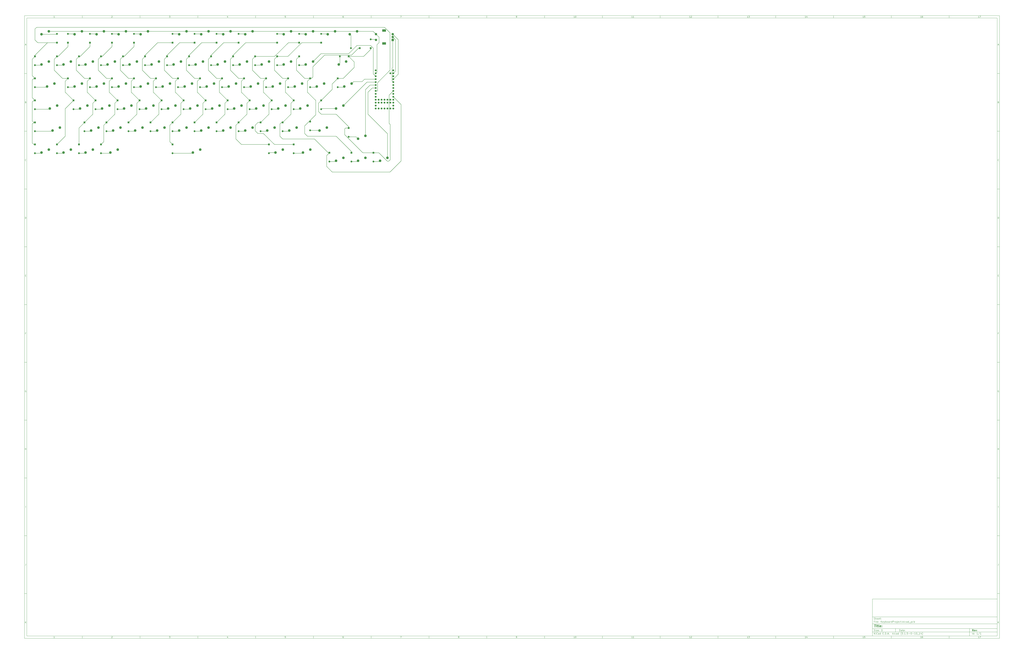
<source format=gtl>
G04 #@! TF.GenerationSoftware,KiCad,Pcbnew,(5.1.5-0-10_14)*
G04 #@! TF.CreationDate,2020-03-20T22:46:17-04:00*
G04 #@! TF.ProjectId,KeyboardProject,4b657962-6f61-4726-9450-726f6a656374,rev?*
G04 #@! TF.SameCoordinates,Original*
G04 #@! TF.FileFunction,Copper,L1,Top*
G04 #@! TF.FilePolarity,Positive*
%FSLAX46Y46*%
G04 Gerber Fmt 4.6, Leading zero omitted, Abs format (unit mm)*
G04 Created by KiCad (PCBNEW (5.1.5-0-10_14)) date 2020-03-20 22:46:17*
%MOMM*%
%LPD*%
G04 APERTURE LIST*
%ADD10C,0.100000*%
%ADD11C,0.150000*%
%ADD12C,0.300000*%
%ADD13C,0.400000*%
%ADD14C,2.200000*%
%ADD15R,1.600000X1.600000*%
%ADD16O,1.600000X1.600000*%
%ADD17C,2.000000*%
%ADD18R,3.200000X2.000000*%
%ADD19R,2.000000X2.000000*%
%ADD20C,1.600000*%
%ADD21C,0.250000*%
G04 APERTURE END LIST*
D10*
D11*
X743600000Y-514800000D02*
X743600000Y-546800000D01*
X851600000Y-546800000D01*
X851600000Y-514800000D01*
X743600000Y-514800000D01*
D10*
D11*
X10000000Y-10000000D02*
X10000000Y-548800000D01*
X853600000Y-548800000D01*
X853600000Y-10000000D01*
X10000000Y-10000000D01*
D10*
D11*
X12000000Y-12000000D02*
X12000000Y-546800000D01*
X851600000Y-546800000D01*
X851600000Y-12000000D01*
X12000000Y-12000000D01*
D10*
D11*
X60000000Y-12000000D02*
X60000000Y-10000000D01*
D10*
D11*
X110000000Y-12000000D02*
X110000000Y-10000000D01*
D10*
D11*
X160000000Y-12000000D02*
X160000000Y-10000000D01*
D10*
D11*
X210000000Y-12000000D02*
X210000000Y-10000000D01*
D10*
D11*
X260000000Y-12000000D02*
X260000000Y-10000000D01*
D10*
D11*
X310000000Y-12000000D02*
X310000000Y-10000000D01*
D10*
D11*
X360000000Y-12000000D02*
X360000000Y-10000000D01*
D10*
D11*
X410000000Y-12000000D02*
X410000000Y-10000000D01*
D10*
D11*
X460000000Y-12000000D02*
X460000000Y-10000000D01*
D10*
D11*
X510000000Y-12000000D02*
X510000000Y-10000000D01*
D10*
D11*
X560000000Y-12000000D02*
X560000000Y-10000000D01*
D10*
D11*
X610000000Y-12000000D02*
X610000000Y-10000000D01*
D10*
D11*
X660000000Y-12000000D02*
X660000000Y-10000000D01*
D10*
D11*
X710000000Y-12000000D02*
X710000000Y-10000000D01*
D10*
D11*
X760000000Y-12000000D02*
X760000000Y-10000000D01*
D10*
D11*
X810000000Y-12000000D02*
X810000000Y-10000000D01*
D10*
D11*
X36065476Y-11588095D02*
X35322619Y-11588095D01*
X35694047Y-11588095D02*
X35694047Y-10288095D01*
X35570238Y-10473809D01*
X35446428Y-10597619D01*
X35322619Y-10659523D01*
D10*
D11*
X85322619Y-10411904D02*
X85384523Y-10350000D01*
X85508333Y-10288095D01*
X85817857Y-10288095D01*
X85941666Y-10350000D01*
X86003571Y-10411904D01*
X86065476Y-10535714D01*
X86065476Y-10659523D01*
X86003571Y-10845238D01*
X85260714Y-11588095D01*
X86065476Y-11588095D01*
D10*
D11*
X135260714Y-10288095D02*
X136065476Y-10288095D01*
X135632142Y-10783333D01*
X135817857Y-10783333D01*
X135941666Y-10845238D01*
X136003571Y-10907142D01*
X136065476Y-11030952D01*
X136065476Y-11340476D01*
X136003571Y-11464285D01*
X135941666Y-11526190D01*
X135817857Y-11588095D01*
X135446428Y-11588095D01*
X135322619Y-11526190D01*
X135260714Y-11464285D01*
D10*
D11*
X185941666Y-10721428D02*
X185941666Y-11588095D01*
X185632142Y-10226190D02*
X185322619Y-11154761D01*
X186127380Y-11154761D01*
D10*
D11*
X236003571Y-10288095D02*
X235384523Y-10288095D01*
X235322619Y-10907142D01*
X235384523Y-10845238D01*
X235508333Y-10783333D01*
X235817857Y-10783333D01*
X235941666Y-10845238D01*
X236003571Y-10907142D01*
X236065476Y-11030952D01*
X236065476Y-11340476D01*
X236003571Y-11464285D01*
X235941666Y-11526190D01*
X235817857Y-11588095D01*
X235508333Y-11588095D01*
X235384523Y-11526190D01*
X235322619Y-11464285D01*
D10*
D11*
X285941666Y-10288095D02*
X285694047Y-10288095D01*
X285570238Y-10350000D01*
X285508333Y-10411904D01*
X285384523Y-10597619D01*
X285322619Y-10845238D01*
X285322619Y-11340476D01*
X285384523Y-11464285D01*
X285446428Y-11526190D01*
X285570238Y-11588095D01*
X285817857Y-11588095D01*
X285941666Y-11526190D01*
X286003571Y-11464285D01*
X286065476Y-11340476D01*
X286065476Y-11030952D01*
X286003571Y-10907142D01*
X285941666Y-10845238D01*
X285817857Y-10783333D01*
X285570238Y-10783333D01*
X285446428Y-10845238D01*
X285384523Y-10907142D01*
X285322619Y-11030952D01*
D10*
D11*
X335260714Y-10288095D02*
X336127380Y-10288095D01*
X335570238Y-11588095D01*
D10*
D11*
X385570238Y-10845238D02*
X385446428Y-10783333D01*
X385384523Y-10721428D01*
X385322619Y-10597619D01*
X385322619Y-10535714D01*
X385384523Y-10411904D01*
X385446428Y-10350000D01*
X385570238Y-10288095D01*
X385817857Y-10288095D01*
X385941666Y-10350000D01*
X386003571Y-10411904D01*
X386065476Y-10535714D01*
X386065476Y-10597619D01*
X386003571Y-10721428D01*
X385941666Y-10783333D01*
X385817857Y-10845238D01*
X385570238Y-10845238D01*
X385446428Y-10907142D01*
X385384523Y-10969047D01*
X385322619Y-11092857D01*
X385322619Y-11340476D01*
X385384523Y-11464285D01*
X385446428Y-11526190D01*
X385570238Y-11588095D01*
X385817857Y-11588095D01*
X385941666Y-11526190D01*
X386003571Y-11464285D01*
X386065476Y-11340476D01*
X386065476Y-11092857D01*
X386003571Y-10969047D01*
X385941666Y-10907142D01*
X385817857Y-10845238D01*
D10*
D11*
X435446428Y-11588095D02*
X435694047Y-11588095D01*
X435817857Y-11526190D01*
X435879761Y-11464285D01*
X436003571Y-11278571D01*
X436065476Y-11030952D01*
X436065476Y-10535714D01*
X436003571Y-10411904D01*
X435941666Y-10350000D01*
X435817857Y-10288095D01*
X435570238Y-10288095D01*
X435446428Y-10350000D01*
X435384523Y-10411904D01*
X435322619Y-10535714D01*
X435322619Y-10845238D01*
X435384523Y-10969047D01*
X435446428Y-11030952D01*
X435570238Y-11092857D01*
X435817857Y-11092857D01*
X435941666Y-11030952D01*
X436003571Y-10969047D01*
X436065476Y-10845238D01*
D10*
D11*
X486065476Y-11588095D02*
X485322619Y-11588095D01*
X485694047Y-11588095D02*
X485694047Y-10288095D01*
X485570238Y-10473809D01*
X485446428Y-10597619D01*
X485322619Y-10659523D01*
X486870238Y-10288095D02*
X486994047Y-10288095D01*
X487117857Y-10350000D01*
X487179761Y-10411904D01*
X487241666Y-10535714D01*
X487303571Y-10783333D01*
X487303571Y-11092857D01*
X487241666Y-11340476D01*
X487179761Y-11464285D01*
X487117857Y-11526190D01*
X486994047Y-11588095D01*
X486870238Y-11588095D01*
X486746428Y-11526190D01*
X486684523Y-11464285D01*
X486622619Y-11340476D01*
X486560714Y-11092857D01*
X486560714Y-10783333D01*
X486622619Y-10535714D01*
X486684523Y-10411904D01*
X486746428Y-10350000D01*
X486870238Y-10288095D01*
D10*
D11*
X536065476Y-11588095D02*
X535322619Y-11588095D01*
X535694047Y-11588095D02*
X535694047Y-10288095D01*
X535570238Y-10473809D01*
X535446428Y-10597619D01*
X535322619Y-10659523D01*
X537303571Y-11588095D02*
X536560714Y-11588095D01*
X536932142Y-11588095D02*
X536932142Y-10288095D01*
X536808333Y-10473809D01*
X536684523Y-10597619D01*
X536560714Y-10659523D01*
D10*
D11*
X586065476Y-11588095D02*
X585322619Y-11588095D01*
X585694047Y-11588095D02*
X585694047Y-10288095D01*
X585570238Y-10473809D01*
X585446428Y-10597619D01*
X585322619Y-10659523D01*
X586560714Y-10411904D02*
X586622619Y-10350000D01*
X586746428Y-10288095D01*
X587055952Y-10288095D01*
X587179761Y-10350000D01*
X587241666Y-10411904D01*
X587303571Y-10535714D01*
X587303571Y-10659523D01*
X587241666Y-10845238D01*
X586498809Y-11588095D01*
X587303571Y-11588095D01*
D10*
D11*
X636065476Y-11588095D02*
X635322619Y-11588095D01*
X635694047Y-11588095D02*
X635694047Y-10288095D01*
X635570238Y-10473809D01*
X635446428Y-10597619D01*
X635322619Y-10659523D01*
X636498809Y-10288095D02*
X637303571Y-10288095D01*
X636870238Y-10783333D01*
X637055952Y-10783333D01*
X637179761Y-10845238D01*
X637241666Y-10907142D01*
X637303571Y-11030952D01*
X637303571Y-11340476D01*
X637241666Y-11464285D01*
X637179761Y-11526190D01*
X637055952Y-11588095D01*
X636684523Y-11588095D01*
X636560714Y-11526190D01*
X636498809Y-11464285D01*
D10*
D11*
X686065476Y-11588095D02*
X685322619Y-11588095D01*
X685694047Y-11588095D02*
X685694047Y-10288095D01*
X685570238Y-10473809D01*
X685446428Y-10597619D01*
X685322619Y-10659523D01*
X687179761Y-10721428D02*
X687179761Y-11588095D01*
X686870238Y-10226190D02*
X686560714Y-11154761D01*
X687365476Y-11154761D01*
D10*
D11*
X736065476Y-11588095D02*
X735322619Y-11588095D01*
X735694047Y-11588095D02*
X735694047Y-10288095D01*
X735570238Y-10473809D01*
X735446428Y-10597619D01*
X735322619Y-10659523D01*
X737241666Y-10288095D02*
X736622619Y-10288095D01*
X736560714Y-10907142D01*
X736622619Y-10845238D01*
X736746428Y-10783333D01*
X737055952Y-10783333D01*
X737179761Y-10845238D01*
X737241666Y-10907142D01*
X737303571Y-11030952D01*
X737303571Y-11340476D01*
X737241666Y-11464285D01*
X737179761Y-11526190D01*
X737055952Y-11588095D01*
X736746428Y-11588095D01*
X736622619Y-11526190D01*
X736560714Y-11464285D01*
D10*
D11*
X786065476Y-11588095D02*
X785322619Y-11588095D01*
X785694047Y-11588095D02*
X785694047Y-10288095D01*
X785570238Y-10473809D01*
X785446428Y-10597619D01*
X785322619Y-10659523D01*
X787179761Y-10288095D02*
X786932142Y-10288095D01*
X786808333Y-10350000D01*
X786746428Y-10411904D01*
X786622619Y-10597619D01*
X786560714Y-10845238D01*
X786560714Y-11340476D01*
X786622619Y-11464285D01*
X786684523Y-11526190D01*
X786808333Y-11588095D01*
X787055952Y-11588095D01*
X787179761Y-11526190D01*
X787241666Y-11464285D01*
X787303571Y-11340476D01*
X787303571Y-11030952D01*
X787241666Y-10907142D01*
X787179761Y-10845238D01*
X787055952Y-10783333D01*
X786808333Y-10783333D01*
X786684523Y-10845238D01*
X786622619Y-10907142D01*
X786560714Y-11030952D01*
D10*
D11*
X836065476Y-11588095D02*
X835322619Y-11588095D01*
X835694047Y-11588095D02*
X835694047Y-10288095D01*
X835570238Y-10473809D01*
X835446428Y-10597619D01*
X835322619Y-10659523D01*
X836498809Y-10288095D02*
X837365476Y-10288095D01*
X836808333Y-11588095D01*
D10*
D11*
X60000000Y-546800000D02*
X60000000Y-548800000D01*
D10*
D11*
X110000000Y-546800000D02*
X110000000Y-548800000D01*
D10*
D11*
X160000000Y-546800000D02*
X160000000Y-548800000D01*
D10*
D11*
X210000000Y-546800000D02*
X210000000Y-548800000D01*
D10*
D11*
X260000000Y-546800000D02*
X260000000Y-548800000D01*
D10*
D11*
X310000000Y-546800000D02*
X310000000Y-548800000D01*
D10*
D11*
X360000000Y-546800000D02*
X360000000Y-548800000D01*
D10*
D11*
X410000000Y-546800000D02*
X410000000Y-548800000D01*
D10*
D11*
X460000000Y-546800000D02*
X460000000Y-548800000D01*
D10*
D11*
X510000000Y-546800000D02*
X510000000Y-548800000D01*
D10*
D11*
X560000000Y-546800000D02*
X560000000Y-548800000D01*
D10*
D11*
X610000000Y-546800000D02*
X610000000Y-548800000D01*
D10*
D11*
X660000000Y-546800000D02*
X660000000Y-548800000D01*
D10*
D11*
X710000000Y-546800000D02*
X710000000Y-548800000D01*
D10*
D11*
X760000000Y-546800000D02*
X760000000Y-548800000D01*
D10*
D11*
X810000000Y-546800000D02*
X810000000Y-548800000D01*
D10*
D11*
X36065476Y-548388095D02*
X35322619Y-548388095D01*
X35694047Y-548388095D02*
X35694047Y-547088095D01*
X35570238Y-547273809D01*
X35446428Y-547397619D01*
X35322619Y-547459523D01*
D10*
D11*
X85322619Y-547211904D02*
X85384523Y-547150000D01*
X85508333Y-547088095D01*
X85817857Y-547088095D01*
X85941666Y-547150000D01*
X86003571Y-547211904D01*
X86065476Y-547335714D01*
X86065476Y-547459523D01*
X86003571Y-547645238D01*
X85260714Y-548388095D01*
X86065476Y-548388095D01*
D10*
D11*
X135260714Y-547088095D02*
X136065476Y-547088095D01*
X135632142Y-547583333D01*
X135817857Y-547583333D01*
X135941666Y-547645238D01*
X136003571Y-547707142D01*
X136065476Y-547830952D01*
X136065476Y-548140476D01*
X136003571Y-548264285D01*
X135941666Y-548326190D01*
X135817857Y-548388095D01*
X135446428Y-548388095D01*
X135322619Y-548326190D01*
X135260714Y-548264285D01*
D10*
D11*
X185941666Y-547521428D02*
X185941666Y-548388095D01*
X185632142Y-547026190D02*
X185322619Y-547954761D01*
X186127380Y-547954761D01*
D10*
D11*
X236003571Y-547088095D02*
X235384523Y-547088095D01*
X235322619Y-547707142D01*
X235384523Y-547645238D01*
X235508333Y-547583333D01*
X235817857Y-547583333D01*
X235941666Y-547645238D01*
X236003571Y-547707142D01*
X236065476Y-547830952D01*
X236065476Y-548140476D01*
X236003571Y-548264285D01*
X235941666Y-548326190D01*
X235817857Y-548388095D01*
X235508333Y-548388095D01*
X235384523Y-548326190D01*
X235322619Y-548264285D01*
D10*
D11*
X285941666Y-547088095D02*
X285694047Y-547088095D01*
X285570238Y-547150000D01*
X285508333Y-547211904D01*
X285384523Y-547397619D01*
X285322619Y-547645238D01*
X285322619Y-548140476D01*
X285384523Y-548264285D01*
X285446428Y-548326190D01*
X285570238Y-548388095D01*
X285817857Y-548388095D01*
X285941666Y-548326190D01*
X286003571Y-548264285D01*
X286065476Y-548140476D01*
X286065476Y-547830952D01*
X286003571Y-547707142D01*
X285941666Y-547645238D01*
X285817857Y-547583333D01*
X285570238Y-547583333D01*
X285446428Y-547645238D01*
X285384523Y-547707142D01*
X285322619Y-547830952D01*
D10*
D11*
X335260714Y-547088095D02*
X336127380Y-547088095D01*
X335570238Y-548388095D01*
D10*
D11*
X385570238Y-547645238D02*
X385446428Y-547583333D01*
X385384523Y-547521428D01*
X385322619Y-547397619D01*
X385322619Y-547335714D01*
X385384523Y-547211904D01*
X385446428Y-547150000D01*
X385570238Y-547088095D01*
X385817857Y-547088095D01*
X385941666Y-547150000D01*
X386003571Y-547211904D01*
X386065476Y-547335714D01*
X386065476Y-547397619D01*
X386003571Y-547521428D01*
X385941666Y-547583333D01*
X385817857Y-547645238D01*
X385570238Y-547645238D01*
X385446428Y-547707142D01*
X385384523Y-547769047D01*
X385322619Y-547892857D01*
X385322619Y-548140476D01*
X385384523Y-548264285D01*
X385446428Y-548326190D01*
X385570238Y-548388095D01*
X385817857Y-548388095D01*
X385941666Y-548326190D01*
X386003571Y-548264285D01*
X386065476Y-548140476D01*
X386065476Y-547892857D01*
X386003571Y-547769047D01*
X385941666Y-547707142D01*
X385817857Y-547645238D01*
D10*
D11*
X435446428Y-548388095D02*
X435694047Y-548388095D01*
X435817857Y-548326190D01*
X435879761Y-548264285D01*
X436003571Y-548078571D01*
X436065476Y-547830952D01*
X436065476Y-547335714D01*
X436003571Y-547211904D01*
X435941666Y-547150000D01*
X435817857Y-547088095D01*
X435570238Y-547088095D01*
X435446428Y-547150000D01*
X435384523Y-547211904D01*
X435322619Y-547335714D01*
X435322619Y-547645238D01*
X435384523Y-547769047D01*
X435446428Y-547830952D01*
X435570238Y-547892857D01*
X435817857Y-547892857D01*
X435941666Y-547830952D01*
X436003571Y-547769047D01*
X436065476Y-547645238D01*
D10*
D11*
X486065476Y-548388095D02*
X485322619Y-548388095D01*
X485694047Y-548388095D02*
X485694047Y-547088095D01*
X485570238Y-547273809D01*
X485446428Y-547397619D01*
X485322619Y-547459523D01*
X486870238Y-547088095D02*
X486994047Y-547088095D01*
X487117857Y-547150000D01*
X487179761Y-547211904D01*
X487241666Y-547335714D01*
X487303571Y-547583333D01*
X487303571Y-547892857D01*
X487241666Y-548140476D01*
X487179761Y-548264285D01*
X487117857Y-548326190D01*
X486994047Y-548388095D01*
X486870238Y-548388095D01*
X486746428Y-548326190D01*
X486684523Y-548264285D01*
X486622619Y-548140476D01*
X486560714Y-547892857D01*
X486560714Y-547583333D01*
X486622619Y-547335714D01*
X486684523Y-547211904D01*
X486746428Y-547150000D01*
X486870238Y-547088095D01*
D10*
D11*
X536065476Y-548388095D02*
X535322619Y-548388095D01*
X535694047Y-548388095D02*
X535694047Y-547088095D01*
X535570238Y-547273809D01*
X535446428Y-547397619D01*
X535322619Y-547459523D01*
X537303571Y-548388095D02*
X536560714Y-548388095D01*
X536932142Y-548388095D02*
X536932142Y-547088095D01*
X536808333Y-547273809D01*
X536684523Y-547397619D01*
X536560714Y-547459523D01*
D10*
D11*
X586065476Y-548388095D02*
X585322619Y-548388095D01*
X585694047Y-548388095D02*
X585694047Y-547088095D01*
X585570238Y-547273809D01*
X585446428Y-547397619D01*
X585322619Y-547459523D01*
X586560714Y-547211904D02*
X586622619Y-547150000D01*
X586746428Y-547088095D01*
X587055952Y-547088095D01*
X587179761Y-547150000D01*
X587241666Y-547211904D01*
X587303571Y-547335714D01*
X587303571Y-547459523D01*
X587241666Y-547645238D01*
X586498809Y-548388095D01*
X587303571Y-548388095D01*
D10*
D11*
X636065476Y-548388095D02*
X635322619Y-548388095D01*
X635694047Y-548388095D02*
X635694047Y-547088095D01*
X635570238Y-547273809D01*
X635446428Y-547397619D01*
X635322619Y-547459523D01*
X636498809Y-547088095D02*
X637303571Y-547088095D01*
X636870238Y-547583333D01*
X637055952Y-547583333D01*
X637179761Y-547645238D01*
X637241666Y-547707142D01*
X637303571Y-547830952D01*
X637303571Y-548140476D01*
X637241666Y-548264285D01*
X637179761Y-548326190D01*
X637055952Y-548388095D01*
X636684523Y-548388095D01*
X636560714Y-548326190D01*
X636498809Y-548264285D01*
D10*
D11*
X686065476Y-548388095D02*
X685322619Y-548388095D01*
X685694047Y-548388095D02*
X685694047Y-547088095D01*
X685570238Y-547273809D01*
X685446428Y-547397619D01*
X685322619Y-547459523D01*
X687179761Y-547521428D02*
X687179761Y-548388095D01*
X686870238Y-547026190D02*
X686560714Y-547954761D01*
X687365476Y-547954761D01*
D10*
D11*
X736065476Y-548388095D02*
X735322619Y-548388095D01*
X735694047Y-548388095D02*
X735694047Y-547088095D01*
X735570238Y-547273809D01*
X735446428Y-547397619D01*
X735322619Y-547459523D01*
X737241666Y-547088095D02*
X736622619Y-547088095D01*
X736560714Y-547707142D01*
X736622619Y-547645238D01*
X736746428Y-547583333D01*
X737055952Y-547583333D01*
X737179761Y-547645238D01*
X737241666Y-547707142D01*
X737303571Y-547830952D01*
X737303571Y-548140476D01*
X737241666Y-548264285D01*
X737179761Y-548326190D01*
X737055952Y-548388095D01*
X736746428Y-548388095D01*
X736622619Y-548326190D01*
X736560714Y-548264285D01*
D10*
D11*
X786065476Y-548388095D02*
X785322619Y-548388095D01*
X785694047Y-548388095D02*
X785694047Y-547088095D01*
X785570238Y-547273809D01*
X785446428Y-547397619D01*
X785322619Y-547459523D01*
X787179761Y-547088095D02*
X786932142Y-547088095D01*
X786808333Y-547150000D01*
X786746428Y-547211904D01*
X786622619Y-547397619D01*
X786560714Y-547645238D01*
X786560714Y-548140476D01*
X786622619Y-548264285D01*
X786684523Y-548326190D01*
X786808333Y-548388095D01*
X787055952Y-548388095D01*
X787179761Y-548326190D01*
X787241666Y-548264285D01*
X787303571Y-548140476D01*
X787303571Y-547830952D01*
X787241666Y-547707142D01*
X787179761Y-547645238D01*
X787055952Y-547583333D01*
X786808333Y-547583333D01*
X786684523Y-547645238D01*
X786622619Y-547707142D01*
X786560714Y-547830952D01*
D10*
D11*
X836065476Y-548388095D02*
X835322619Y-548388095D01*
X835694047Y-548388095D02*
X835694047Y-547088095D01*
X835570238Y-547273809D01*
X835446428Y-547397619D01*
X835322619Y-547459523D01*
X836498809Y-547088095D02*
X837365476Y-547088095D01*
X836808333Y-548388095D01*
D10*
D11*
X10000000Y-60000000D02*
X12000000Y-60000000D01*
D10*
D11*
X10000000Y-110000000D02*
X12000000Y-110000000D01*
D10*
D11*
X10000000Y-160000000D02*
X12000000Y-160000000D01*
D10*
D11*
X10000000Y-210000000D02*
X12000000Y-210000000D01*
D10*
D11*
X10000000Y-260000000D02*
X12000000Y-260000000D01*
D10*
D11*
X10000000Y-310000000D02*
X12000000Y-310000000D01*
D10*
D11*
X10000000Y-360000000D02*
X12000000Y-360000000D01*
D10*
D11*
X10000000Y-410000000D02*
X12000000Y-410000000D01*
D10*
D11*
X10000000Y-460000000D02*
X12000000Y-460000000D01*
D10*
D11*
X10000000Y-510000000D02*
X12000000Y-510000000D01*
D10*
D11*
X10690476Y-35216666D02*
X11309523Y-35216666D01*
X10566666Y-35588095D02*
X11000000Y-34288095D01*
X11433333Y-35588095D01*
D10*
D11*
X11092857Y-84907142D02*
X11278571Y-84969047D01*
X11340476Y-85030952D01*
X11402380Y-85154761D01*
X11402380Y-85340476D01*
X11340476Y-85464285D01*
X11278571Y-85526190D01*
X11154761Y-85588095D01*
X10659523Y-85588095D01*
X10659523Y-84288095D01*
X11092857Y-84288095D01*
X11216666Y-84350000D01*
X11278571Y-84411904D01*
X11340476Y-84535714D01*
X11340476Y-84659523D01*
X11278571Y-84783333D01*
X11216666Y-84845238D01*
X11092857Y-84907142D01*
X10659523Y-84907142D01*
D10*
D11*
X11402380Y-135464285D02*
X11340476Y-135526190D01*
X11154761Y-135588095D01*
X11030952Y-135588095D01*
X10845238Y-135526190D01*
X10721428Y-135402380D01*
X10659523Y-135278571D01*
X10597619Y-135030952D01*
X10597619Y-134845238D01*
X10659523Y-134597619D01*
X10721428Y-134473809D01*
X10845238Y-134350000D01*
X11030952Y-134288095D01*
X11154761Y-134288095D01*
X11340476Y-134350000D01*
X11402380Y-134411904D01*
D10*
D11*
X10659523Y-185588095D02*
X10659523Y-184288095D01*
X10969047Y-184288095D01*
X11154761Y-184350000D01*
X11278571Y-184473809D01*
X11340476Y-184597619D01*
X11402380Y-184845238D01*
X11402380Y-185030952D01*
X11340476Y-185278571D01*
X11278571Y-185402380D01*
X11154761Y-185526190D01*
X10969047Y-185588095D01*
X10659523Y-185588095D01*
D10*
D11*
X10721428Y-234907142D02*
X11154761Y-234907142D01*
X11340476Y-235588095D02*
X10721428Y-235588095D01*
X10721428Y-234288095D01*
X11340476Y-234288095D01*
D10*
D11*
X11185714Y-284907142D02*
X10752380Y-284907142D01*
X10752380Y-285588095D02*
X10752380Y-284288095D01*
X11371428Y-284288095D01*
D10*
D11*
X11340476Y-334350000D02*
X11216666Y-334288095D01*
X11030952Y-334288095D01*
X10845238Y-334350000D01*
X10721428Y-334473809D01*
X10659523Y-334597619D01*
X10597619Y-334845238D01*
X10597619Y-335030952D01*
X10659523Y-335278571D01*
X10721428Y-335402380D01*
X10845238Y-335526190D01*
X11030952Y-335588095D01*
X11154761Y-335588095D01*
X11340476Y-335526190D01*
X11402380Y-335464285D01*
X11402380Y-335030952D01*
X11154761Y-335030952D01*
D10*
D11*
X10628571Y-385588095D02*
X10628571Y-384288095D01*
X10628571Y-384907142D02*
X11371428Y-384907142D01*
X11371428Y-385588095D02*
X11371428Y-384288095D01*
D10*
D11*
X11000000Y-435588095D02*
X11000000Y-434288095D01*
D10*
D11*
X11185714Y-484288095D02*
X11185714Y-485216666D01*
X11123809Y-485402380D01*
X11000000Y-485526190D01*
X10814285Y-485588095D01*
X10690476Y-485588095D01*
D10*
D11*
X10659523Y-535588095D02*
X10659523Y-534288095D01*
X11402380Y-535588095D02*
X10845238Y-534845238D01*
X11402380Y-534288095D02*
X10659523Y-535030952D01*
D10*
D11*
X853600000Y-60000000D02*
X851600000Y-60000000D01*
D10*
D11*
X853600000Y-110000000D02*
X851600000Y-110000000D01*
D10*
D11*
X853600000Y-160000000D02*
X851600000Y-160000000D01*
D10*
D11*
X853600000Y-210000000D02*
X851600000Y-210000000D01*
D10*
D11*
X853600000Y-260000000D02*
X851600000Y-260000000D01*
D10*
D11*
X853600000Y-310000000D02*
X851600000Y-310000000D01*
D10*
D11*
X853600000Y-360000000D02*
X851600000Y-360000000D01*
D10*
D11*
X853600000Y-410000000D02*
X851600000Y-410000000D01*
D10*
D11*
X853600000Y-460000000D02*
X851600000Y-460000000D01*
D10*
D11*
X853600000Y-510000000D02*
X851600000Y-510000000D01*
D10*
D11*
X852290476Y-35216666D02*
X852909523Y-35216666D01*
X852166666Y-35588095D02*
X852600000Y-34288095D01*
X853033333Y-35588095D01*
D10*
D11*
X852692857Y-84907142D02*
X852878571Y-84969047D01*
X852940476Y-85030952D01*
X853002380Y-85154761D01*
X853002380Y-85340476D01*
X852940476Y-85464285D01*
X852878571Y-85526190D01*
X852754761Y-85588095D01*
X852259523Y-85588095D01*
X852259523Y-84288095D01*
X852692857Y-84288095D01*
X852816666Y-84350000D01*
X852878571Y-84411904D01*
X852940476Y-84535714D01*
X852940476Y-84659523D01*
X852878571Y-84783333D01*
X852816666Y-84845238D01*
X852692857Y-84907142D01*
X852259523Y-84907142D01*
D10*
D11*
X853002380Y-135464285D02*
X852940476Y-135526190D01*
X852754761Y-135588095D01*
X852630952Y-135588095D01*
X852445238Y-135526190D01*
X852321428Y-135402380D01*
X852259523Y-135278571D01*
X852197619Y-135030952D01*
X852197619Y-134845238D01*
X852259523Y-134597619D01*
X852321428Y-134473809D01*
X852445238Y-134350000D01*
X852630952Y-134288095D01*
X852754761Y-134288095D01*
X852940476Y-134350000D01*
X853002380Y-134411904D01*
D10*
D11*
X852259523Y-185588095D02*
X852259523Y-184288095D01*
X852569047Y-184288095D01*
X852754761Y-184350000D01*
X852878571Y-184473809D01*
X852940476Y-184597619D01*
X853002380Y-184845238D01*
X853002380Y-185030952D01*
X852940476Y-185278571D01*
X852878571Y-185402380D01*
X852754761Y-185526190D01*
X852569047Y-185588095D01*
X852259523Y-185588095D01*
D10*
D11*
X852321428Y-234907142D02*
X852754761Y-234907142D01*
X852940476Y-235588095D02*
X852321428Y-235588095D01*
X852321428Y-234288095D01*
X852940476Y-234288095D01*
D10*
D11*
X852785714Y-284907142D02*
X852352380Y-284907142D01*
X852352380Y-285588095D02*
X852352380Y-284288095D01*
X852971428Y-284288095D01*
D10*
D11*
X852940476Y-334350000D02*
X852816666Y-334288095D01*
X852630952Y-334288095D01*
X852445238Y-334350000D01*
X852321428Y-334473809D01*
X852259523Y-334597619D01*
X852197619Y-334845238D01*
X852197619Y-335030952D01*
X852259523Y-335278571D01*
X852321428Y-335402380D01*
X852445238Y-335526190D01*
X852630952Y-335588095D01*
X852754761Y-335588095D01*
X852940476Y-335526190D01*
X853002380Y-335464285D01*
X853002380Y-335030952D01*
X852754761Y-335030952D01*
D10*
D11*
X852228571Y-385588095D02*
X852228571Y-384288095D01*
X852228571Y-384907142D02*
X852971428Y-384907142D01*
X852971428Y-385588095D02*
X852971428Y-384288095D01*
D10*
D11*
X852600000Y-435588095D02*
X852600000Y-434288095D01*
D10*
D11*
X852785714Y-484288095D02*
X852785714Y-485216666D01*
X852723809Y-485402380D01*
X852600000Y-485526190D01*
X852414285Y-485588095D01*
X852290476Y-485588095D01*
D10*
D11*
X852259523Y-535588095D02*
X852259523Y-534288095D01*
X853002380Y-535588095D02*
X852445238Y-534845238D01*
X853002380Y-534288095D02*
X852259523Y-535030952D01*
D10*
D11*
X767032142Y-542578571D02*
X767032142Y-541078571D01*
X767389285Y-541078571D01*
X767603571Y-541150000D01*
X767746428Y-541292857D01*
X767817857Y-541435714D01*
X767889285Y-541721428D01*
X767889285Y-541935714D01*
X767817857Y-542221428D01*
X767746428Y-542364285D01*
X767603571Y-542507142D01*
X767389285Y-542578571D01*
X767032142Y-542578571D01*
X769175000Y-542578571D02*
X769175000Y-541792857D01*
X769103571Y-541650000D01*
X768960714Y-541578571D01*
X768675000Y-541578571D01*
X768532142Y-541650000D01*
X769175000Y-542507142D02*
X769032142Y-542578571D01*
X768675000Y-542578571D01*
X768532142Y-542507142D01*
X768460714Y-542364285D01*
X768460714Y-542221428D01*
X768532142Y-542078571D01*
X768675000Y-542007142D01*
X769032142Y-542007142D01*
X769175000Y-541935714D01*
X769675000Y-541578571D02*
X770246428Y-541578571D01*
X769889285Y-541078571D02*
X769889285Y-542364285D01*
X769960714Y-542507142D01*
X770103571Y-542578571D01*
X770246428Y-542578571D01*
X771317857Y-542507142D02*
X771175000Y-542578571D01*
X770889285Y-542578571D01*
X770746428Y-542507142D01*
X770675000Y-542364285D01*
X770675000Y-541792857D01*
X770746428Y-541650000D01*
X770889285Y-541578571D01*
X771175000Y-541578571D01*
X771317857Y-541650000D01*
X771389285Y-541792857D01*
X771389285Y-541935714D01*
X770675000Y-542078571D01*
X772032142Y-542435714D02*
X772103571Y-542507142D01*
X772032142Y-542578571D01*
X771960714Y-542507142D01*
X772032142Y-542435714D01*
X772032142Y-542578571D01*
X772032142Y-541650000D02*
X772103571Y-541721428D01*
X772032142Y-541792857D01*
X771960714Y-541721428D01*
X772032142Y-541650000D01*
X772032142Y-541792857D01*
D10*
D11*
X743600000Y-543300000D02*
X851600000Y-543300000D01*
D10*
D11*
X745032142Y-545378571D02*
X745032142Y-543878571D01*
X745889285Y-545378571D02*
X745246428Y-544521428D01*
X745889285Y-543878571D02*
X745032142Y-544735714D01*
X746532142Y-545378571D02*
X746532142Y-544378571D01*
X746532142Y-543878571D02*
X746460714Y-543950000D01*
X746532142Y-544021428D01*
X746603571Y-543950000D01*
X746532142Y-543878571D01*
X746532142Y-544021428D01*
X748103571Y-545235714D02*
X748032142Y-545307142D01*
X747817857Y-545378571D01*
X747675000Y-545378571D01*
X747460714Y-545307142D01*
X747317857Y-545164285D01*
X747246428Y-545021428D01*
X747175000Y-544735714D01*
X747175000Y-544521428D01*
X747246428Y-544235714D01*
X747317857Y-544092857D01*
X747460714Y-543950000D01*
X747675000Y-543878571D01*
X747817857Y-543878571D01*
X748032142Y-543950000D01*
X748103571Y-544021428D01*
X749389285Y-545378571D02*
X749389285Y-544592857D01*
X749317857Y-544450000D01*
X749175000Y-544378571D01*
X748889285Y-544378571D01*
X748746428Y-544450000D01*
X749389285Y-545307142D02*
X749246428Y-545378571D01*
X748889285Y-545378571D01*
X748746428Y-545307142D01*
X748675000Y-545164285D01*
X748675000Y-545021428D01*
X748746428Y-544878571D01*
X748889285Y-544807142D01*
X749246428Y-544807142D01*
X749389285Y-544735714D01*
X750746428Y-545378571D02*
X750746428Y-543878571D01*
X750746428Y-545307142D02*
X750603571Y-545378571D01*
X750317857Y-545378571D01*
X750175000Y-545307142D01*
X750103571Y-545235714D01*
X750032142Y-545092857D01*
X750032142Y-544664285D01*
X750103571Y-544521428D01*
X750175000Y-544450000D01*
X750317857Y-544378571D01*
X750603571Y-544378571D01*
X750746428Y-544450000D01*
X752603571Y-544592857D02*
X753103571Y-544592857D01*
X753317857Y-545378571D02*
X752603571Y-545378571D01*
X752603571Y-543878571D01*
X753317857Y-543878571D01*
X753960714Y-545235714D02*
X754032142Y-545307142D01*
X753960714Y-545378571D01*
X753889285Y-545307142D01*
X753960714Y-545235714D01*
X753960714Y-545378571D01*
X754675000Y-545378571D02*
X754675000Y-543878571D01*
X755032142Y-543878571D01*
X755246428Y-543950000D01*
X755389285Y-544092857D01*
X755460714Y-544235714D01*
X755532142Y-544521428D01*
X755532142Y-544735714D01*
X755460714Y-545021428D01*
X755389285Y-545164285D01*
X755246428Y-545307142D01*
X755032142Y-545378571D01*
X754675000Y-545378571D01*
X756175000Y-545235714D02*
X756246428Y-545307142D01*
X756175000Y-545378571D01*
X756103571Y-545307142D01*
X756175000Y-545235714D01*
X756175000Y-545378571D01*
X756817857Y-544950000D02*
X757532142Y-544950000D01*
X756675000Y-545378571D02*
X757175000Y-543878571D01*
X757675000Y-545378571D01*
X758175000Y-545235714D02*
X758246428Y-545307142D01*
X758175000Y-545378571D01*
X758103571Y-545307142D01*
X758175000Y-545235714D01*
X758175000Y-545378571D01*
X761175000Y-545378571D02*
X761175000Y-543878571D01*
X761317857Y-544807142D02*
X761746428Y-545378571D01*
X761746428Y-544378571D02*
X761175000Y-544950000D01*
X762389285Y-545378571D02*
X762389285Y-544378571D01*
X762389285Y-543878571D02*
X762317857Y-543950000D01*
X762389285Y-544021428D01*
X762460714Y-543950000D01*
X762389285Y-543878571D01*
X762389285Y-544021428D01*
X763746428Y-545307142D02*
X763603571Y-545378571D01*
X763317857Y-545378571D01*
X763175000Y-545307142D01*
X763103571Y-545235714D01*
X763032142Y-545092857D01*
X763032142Y-544664285D01*
X763103571Y-544521428D01*
X763175000Y-544450000D01*
X763317857Y-544378571D01*
X763603571Y-544378571D01*
X763746428Y-544450000D01*
X765032142Y-545378571D02*
X765032142Y-544592857D01*
X764960714Y-544450000D01*
X764817857Y-544378571D01*
X764532142Y-544378571D01*
X764389285Y-544450000D01*
X765032142Y-545307142D02*
X764889285Y-545378571D01*
X764532142Y-545378571D01*
X764389285Y-545307142D01*
X764317857Y-545164285D01*
X764317857Y-545021428D01*
X764389285Y-544878571D01*
X764532142Y-544807142D01*
X764889285Y-544807142D01*
X765032142Y-544735714D01*
X766389285Y-545378571D02*
X766389285Y-543878571D01*
X766389285Y-545307142D02*
X766246428Y-545378571D01*
X765960714Y-545378571D01*
X765817857Y-545307142D01*
X765746428Y-545235714D01*
X765675000Y-545092857D01*
X765675000Y-544664285D01*
X765746428Y-544521428D01*
X765817857Y-544450000D01*
X765960714Y-544378571D01*
X766246428Y-544378571D01*
X766389285Y-544450000D01*
X768675000Y-545950000D02*
X768603571Y-545878571D01*
X768460714Y-545664285D01*
X768389285Y-545521428D01*
X768317857Y-545307142D01*
X768246428Y-544950000D01*
X768246428Y-544664285D01*
X768317857Y-544307142D01*
X768389285Y-544092857D01*
X768460714Y-543950000D01*
X768603571Y-543735714D01*
X768675000Y-543664285D01*
X769960714Y-543878571D02*
X769246428Y-543878571D01*
X769175000Y-544592857D01*
X769246428Y-544521428D01*
X769389285Y-544450000D01*
X769746428Y-544450000D01*
X769889285Y-544521428D01*
X769960714Y-544592857D01*
X770032142Y-544735714D01*
X770032142Y-545092857D01*
X769960714Y-545235714D01*
X769889285Y-545307142D01*
X769746428Y-545378571D01*
X769389285Y-545378571D01*
X769246428Y-545307142D01*
X769175000Y-545235714D01*
X770675000Y-545235714D02*
X770746428Y-545307142D01*
X770675000Y-545378571D01*
X770603571Y-545307142D01*
X770675000Y-545235714D01*
X770675000Y-545378571D01*
X772175000Y-545378571D02*
X771317857Y-545378571D01*
X771746428Y-545378571D02*
X771746428Y-543878571D01*
X771603571Y-544092857D01*
X771460714Y-544235714D01*
X771317857Y-544307142D01*
X772817857Y-545235714D02*
X772889285Y-545307142D01*
X772817857Y-545378571D01*
X772746428Y-545307142D01*
X772817857Y-545235714D01*
X772817857Y-545378571D01*
X774246428Y-543878571D02*
X773532142Y-543878571D01*
X773460714Y-544592857D01*
X773532142Y-544521428D01*
X773675000Y-544450000D01*
X774032142Y-544450000D01*
X774175000Y-544521428D01*
X774246428Y-544592857D01*
X774317857Y-544735714D01*
X774317857Y-545092857D01*
X774246428Y-545235714D01*
X774175000Y-545307142D01*
X774032142Y-545378571D01*
X773675000Y-545378571D01*
X773532142Y-545307142D01*
X773460714Y-545235714D01*
X774960714Y-544807142D02*
X776103571Y-544807142D01*
X777103571Y-543878571D02*
X777246428Y-543878571D01*
X777389285Y-543950000D01*
X777460714Y-544021428D01*
X777532142Y-544164285D01*
X777603571Y-544450000D01*
X777603571Y-544807142D01*
X777532142Y-545092857D01*
X777460714Y-545235714D01*
X777389285Y-545307142D01*
X777246428Y-545378571D01*
X777103571Y-545378571D01*
X776960714Y-545307142D01*
X776889285Y-545235714D01*
X776817857Y-545092857D01*
X776746428Y-544807142D01*
X776746428Y-544450000D01*
X776817857Y-544164285D01*
X776889285Y-544021428D01*
X776960714Y-543950000D01*
X777103571Y-543878571D01*
X778246428Y-544807142D02*
X779389285Y-544807142D01*
X780889285Y-545378571D02*
X780032142Y-545378571D01*
X780460714Y-545378571D02*
X780460714Y-543878571D01*
X780317857Y-544092857D01*
X780175000Y-544235714D01*
X780032142Y-544307142D01*
X781817857Y-543878571D02*
X781960714Y-543878571D01*
X782103571Y-543950000D01*
X782175000Y-544021428D01*
X782246428Y-544164285D01*
X782317857Y-544450000D01*
X782317857Y-544807142D01*
X782246428Y-545092857D01*
X782175000Y-545235714D01*
X782103571Y-545307142D01*
X781960714Y-545378571D01*
X781817857Y-545378571D01*
X781675000Y-545307142D01*
X781603571Y-545235714D01*
X781532142Y-545092857D01*
X781460714Y-544807142D01*
X781460714Y-544450000D01*
X781532142Y-544164285D01*
X781603571Y-544021428D01*
X781675000Y-543950000D01*
X781817857Y-543878571D01*
X782603571Y-545521428D02*
X783746428Y-545521428D01*
X784889285Y-545378571D02*
X784032142Y-545378571D01*
X784460714Y-545378571D02*
X784460714Y-543878571D01*
X784317857Y-544092857D01*
X784175000Y-544235714D01*
X784032142Y-544307142D01*
X786175000Y-544378571D02*
X786175000Y-545378571D01*
X785817857Y-543807142D02*
X785460714Y-544878571D01*
X786389285Y-544878571D01*
X786817857Y-545950000D02*
X786889285Y-545878571D01*
X787032142Y-545664285D01*
X787103571Y-545521428D01*
X787175000Y-545307142D01*
X787246428Y-544950000D01*
X787246428Y-544664285D01*
X787175000Y-544307142D01*
X787103571Y-544092857D01*
X787032142Y-543950000D01*
X786889285Y-543735714D01*
X786817857Y-543664285D01*
D10*
D11*
X743600000Y-540300000D02*
X851600000Y-540300000D01*
D10*
D12*
X831009285Y-542578571D02*
X830509285Y-541864285D01*
X830152142Y-542578571D02*
X830152142Y-541078571D01*
X830723571Y-541078571D01*
X830866428Y-541150000D01*
X830937857Y-541221428D01*
X831009285Y-541364285D01*
X831009285Y-541578571D01*
X830937857Y-541721428D01*
X830866428Y-541792857D01*
X830723571Y-541864285D01*
X830152142Y-541864285D01*
X832223571Y-542507142D02*
X832080714Y-542578571D01*
X831795000Y-542578571D01*
X831652142Y-542507142D01*
X831580714Y-542364285D01*
X831580714Y-541792857D01*
X831652142Y-541650000D01*
X831795000Y-541578571D01*
X832080714Y-541578571D01*
X832223571Y-541650000D01*
X832295000Y-541792857D01*
X832295000Y-541935714D01*
X831580714Y-542078571D01*
X832795000Y-541578571D02*
X833152142Y-542578571D01*
X833509285Y-541578571D01*
X834080714Y-542435714D02*
X834152142Y-542507142D01*
X834080714Y-542578571D01*
X834009285Y-542507142D01*
X834080714Y-542435714D01*
X834080714Y-542578571D01*
X834080714Y-541650000D02*
X834152142Y-541721428D01*
X834080714Y-541792857D01*
X834009285Y-541721428D01*
X834080714Y-541650000D01*
X834080714Y-541792857D01*
D10*
D11*
X744960714Y-542507142D02*
X745175000Y-542578571D01*
X745532142Y-542578571D01*
X745675000Y-542507142D01*
X745746428Y-542435714D01*
X745817857Y-542292857D01*
X745817857Y-542150000D01*
X745746428Y-542007142D01*
X745675000Y-541935714D01*
X745532142Y-541864285D01*
X745246428Y-541792857D01*
X745103571Y-541721428D01*
X745032142Y-541650000D01*
X744960714Y-541507142D01*
X744960714Y-541364285D01*
X745032142Y-541221428D01*
X745103571Y-541150000D01*
X745246428Y-541078571D01*
X745603571Y-541078571D01*
X745817857Y-541150000D01*
X746460714Y-542578571D02*
X746460714Y-541578571D01*
X746460714Y-541078571D02*
X746389285Y-541150000D01*
X746460714Y-541221428D01*
X746532142Y-541150000D01*
X746460714Y-541078571D01*
X746460714Y-541221428D01*
X747032142Y-541578571D02*
X747817857Y-541578571D01*
X747032142Y-542578571D01*
X747817857Y-542578571D01*
X748960714Y-542507142D02*
X748817857Y-542578571D01*
X748532142Y-542578571D01*
X748389285Y-542507142D01*
X748317857Y-542364285D01*
X748317857Y-541792857D01*
X748389285Y-541650000D01*
X748532142Y-541578571D01*
X748817857Y-541578571D01*
X748960714Y-541650000D01*
X749032142Y-541792857D01*
X749032142Y-541935714D01*
X748317857Y-542078571D01*
X749675000Y-542435714D02*
X749746428Y-542507142D01*
X749675000Y-542578571D01*
X749603571Y-542507142D01*
X749675000Y-542435714D01*
X749675000Y-542578571D01*
X749675000Y-541650000D02*
X749746428Y-541721428D01*
X749675000Y-541792857D01*
X749603571Y-541721428D01*
X749675000Y-541650000D01*
X749675000Y-541792857D01*
X751532142Y-542578571D02*
X751532142Y-541078571D01*
X751889285Y-541078571D01*
X752103571Y-541150000D01*
X752246428Y-541292857D01*
X752317857Y-541435714D01*
X752389285Y-541721428D01*
X752389285Y-541935714D01*
X752317857Y-542221428D01*
X752246428Y-542364285D01*
X752103571Y-542507142D01*
X751889285Y-542578571D01*
X751532142Y-542578571D01*
D10*
D11*
X830032142Y-545378571D02*
X830032142Y-543878571D01*
X831389285Y-545378571D02*
X831389285Y-543878571D01*
X831389285Y-545307142D02*
X831246428Y-545378571D01*
X830960714Y-545378571D01*
X830817857Y-545307142D01*
X830746428Y-545235714D01*
X830675000Y-545092857D01*
X830675000Y-544664285D01*
X830746428Y-544521428D01*
X830817857Y-544450000D01*
X830960714Y-544378571D01*
X831246428Y-544378571D01*
X831389285Y-544450000D01*
X832103571Y-545235714D02*
X832175000Y-545307142D01*
X832103571Y-545378571D01*
X832032142Y-545307142D01*
X832103571Y-545235714D01*
X832103571Y-545378571D01*
X832103571Y-544450000D02*
X832175000Y-544521428D01*
X832103571Y-544592857D01*
X832032142Y-544521428D01*
X832103571Y-544450000D01*
X832103571Y-544592857D01*
X834746428Y-545378571D02*
X833889285Y-545378571D01*
X834317857Y-545378571D02*
X834317857Y-543878571D01*
X834175000Y-544092857D01*
X834032142Y-544235714D01*
X833889285Y-544307142D01*
X836460714Y-543807142D02*
X835175000Y-545735714D01*
X837746428Y-545378571D02*
X836889285Y-545378571D01*
X837317857Y-545378571D02*
X837317857Y-543878571D01*
X837175000Y-544092857D01*
X837032142Y-544235714D01*
X836889285Y-544307142D01*
D10*
D11*
X743600000Y-536300000D02*
X851600000Y-536300000D01*
D10*
D13*
X745312380Y-537004761D02*
X746455238Y-537004761D01*
X745633809Y-539004761D02*
X745883809Y-537004761D01*
X746871904Y-539004761D02*
X747038571Y-537671428D01*
X747121904Y-537004761D02*
X747014761Y-537100000D01*
X747098095Y-537195238D01*
X747205238Y-537100000D01*
X747121904Y-537004761D01*
X747098095Y-537195238D01*
X747705238Y-537671428D02*
X748467142Y-537671428D01*
X748074285Y-537004761D02*
X747860000Y-538719047D01*
X747931428Y-538909523D01*
X748110000Y-539004761D01*
X748300476Y-539004761D01*
X749252857Y-539004761D02*
X749074285Y-538909523D01*
X749002857Y-538719047D01*
X749217142Y-537004761D01*
X750788571Y-538909523D02*
X750586190Y-539004761D01*
X750205238Y-539004761D01*
X750026666Y-538909523D01*
X749955238Y-538719047D01*
X750050476Y-537957142D01*
X750169523Y-537766666D01*
X750371904Y-537671428D01*
X750752857Y-537671428D01*
X750931428Y-537766666D01*
X751002857Y-537957142D01*
X750979047Y-538147619D01*
X750002857Y-538338095D01*
X751752857Y-538814285D02*
X751836190Y-538909523D01*
X751729047Y-539004761D01*
X751645714Y-538909523D01*
X751752857Y-538814285D01*
X751729047Y-539004761D01*
X751883809Y-537766666D02*
X751967142Y-537861904D01*
X751860000Y-537957142D01*
X751776666Y-537861904D01*
X751883809Y-537766666D01*
X751860000Y-537957142D01*
D10*
D11*
X745532142Y-534392857D02*
X745032142Y-534392857D01*
X745032142Y-535178571D02*
X745032142Y-533678571D01*
X745746428Y-533678571D01*
X746317857Y-535178571D02*
X746317857Y-534178571D01*
X746317857Y-533678571D02*
X746246428Y-533750000D01*
X746317857Y-533821428D01*
X746389285Y-533750000D01*
X746317857Y-533678571D01*
X746317857Y-533821428D01*
X747246428Y-535178571D02*
X747103571Y-535107142D01*
X747032142Y-534964285D01*
X747032142Y-533678571D01*
X748389285Y-535107142D02*
X748246428Y-535178571D01*
X747960714Y-535178571D01*
X747817857Y-535107142D01*
X747746428Y-534964285D01*
X747746428Y-534392857D01*
X747817857Y-534250000D01*
X747960714Y-534178571D01*
X748246428Y-534178571D01*
X748389285Y-534250000D01*
X748460714Y-534392857D01*
X748460714Y-534535714D01*
X747746428Y-534678571D01*
X749103571Y-535035714D02*
X749175000Y-535107142D01*
X749103571Y-535178571D01*
X749032142Y-535107142D01*
X749103571Y-535035714D01*
X749103571Y-535178571D01*
X749103571Y-534250000D02*
X749175000Y-534321428D01*
X749103571Y-534392857D01*
X749032142Y-534321428D01*
X749103571Y-534250000D01*
X749103571Y-534392857D01*
X750960714Y-535178571D02*
X750960714Y-533678571D01*
X751817857Y-535178571D02*
X751175000Y-534321428D01*
X751817857Y-533678571D02*
X750960714Y-534535714D01*
X753032142Y-535107142D02*
X752889285Y-535178571D01*
X752603571Y-535178571D01*
X752460714Y-535107142D01*
X752389285Y-534964285D01*
X752389285Y-534392857D01*
X752460714Y-534250000D01*
X752603571Y-534178571D01*
X752889285Y-534178571D01*
X753032142Y-534250000D01*
X753103571Y-534392857D01*
X753103571Y-534535714D01*
X752389285Y-534678571D01*
X753603571Y-534178571D02*
X753960714Y-535178571D01*
X754317857Y-534178571D02*
X753960714Y-535178571D01*
X753817857Y-535535714D01*
X753746428Y-535607142D01*
X753603571Y-535678571D01*
X754889285Y-535178571D02*
X754889285Y-533678571D01*
X754889285Y-534250000D02*
X755032142Y-534178571D01*
X755317857Y-534178571D01*
X755460714Y-534250000D01*
X755532142Y-534321428D01*
X755603571Y-534464285D01*
X755603571Y-534892857D01*
X755532142Y-535035714D01*
X755460714Y-535107142D01*
X755317857Y-535178571D01*
X755032142Y-535178571D01*
X754889285Y-535107142D01*
X756460714Y-535178571D02*
X756317857Y-535107142D01*
X756246428Y-535035714D01*
X756175000Y-534892857D01*
X756175000Y-534464285D01*
X756246428Y-534321428D01*
X756317857Y-534250000D01*
X756460714Y-534178571D01*
X756675000Y-534178571D01*
X756817857Y-534250000D01*
X756889285Y-534321428D01*
X756960714Y-534464285D01*
X756960714Y-534892857D01*
X756889285Y-535035714D01*
X756817857Y-535107142D01*
X756675000Y-535178571D01*
X756460714Y-535178571D01*
X758246428Y-535178571D02*
X758246428Y-534392857D01*
X758175000Y-534250000D01*
X758032142Y-534178571D01*
X757746428Y-534178571D01*
X757603571Y-534250000D01*
X758246428Y-535107142D02*
X758103571Y-535178571D01*
X757746428Y-535178571D01*
X757603571Y-535107142D01*
X757532142Y-534964285D01*
X757532142Y-534821428D01*
X757603571Y-534678571D01*
X757746428Y-534607142D01*
X758103571Y-534607142D01*
X758246428Y-534535714D01*
X758960714Y-535178571D02*
X758960714Y-534178571D01*
X758960714Y-534464285D02*
X759032142Y-534321428D01*
X759103571Y-534250000D01*
X759246428Y-534178571D01*
X759389285Y-534178571D01*
X760532142Y-535178571D02*
X760532142Y-533678571D01*
X760532142Y-535107142D02*
X760389285Y-535178571D01*
X760103571Y-535178571D01*
X759960714Y-535107142D01*
X759889285Y-535035714D01*
X759817857Y-534892857D01*
X759817857Y-534464285D01*
X759889285Y-534321428D01*
X759960714Y-534250000D01*
X760103571Y-534178571D01*
X760389285Y-534178571D01*
X760532142Y-534250000D01*
X761246428Y-535178571D02*
X761246428Y-533678571D01*
X761817857Y-533678571D01*
X761960714Y-533750000D01*
X762032142Y-533821428D01*
X762103571Y-533964285D01*
X762103571Y-534178571D01*
X762032142Y-534321428D01*
X761960714Y-534392857D01*
X761817857Y-534464285D01*
X761246428Y-534464285D01*
X762746428Y-535178571D02*
X762746428Y-534178571D01*
X762746428Y-534464285D02*
X762817857Y-534321428D01*
X762889285Y-534250000D01*
X763032142Y-534178571D01*
X763175000Y-534178571D01*
X763889285Y-535178571D02*
X763746428Y-535107142D01*
X763675000Y-535035714D01*
X763603571Y-534892857D01*
X763603571Y-534464285D01*
X763675000Y-534321428D01*
X763746428Y-534250000D01*
X763889285Y-534178571D01*
X764103571Y-534178571D01*
X764246428Y-534250000D01*
X764317857Y-534321428D01*
X764389285Y-534464285D01*
X764389285Y-534892857D01*
X764317857Y-535035714D01*
X764246428Y-535107142D01*
X764103571Y-535178571D01*
X763889285Y-535178571D01*
X765032142Y-534178571D02*
X765032142Y-535464285D01*
X764960714Y-535607142D01*
X764817857Y-535678571D01*
X764746428Y-535678571D01*
X765032142Y-533678571D02*
X764960714Y-533750000D01*
X765032142Y-533821428D01*
X765103571Y-533750000D01*
X765032142Y-533678571D01*
X765032142Y-533821428D01*
X766317857Y-535107142D02*
X766175000Y-535178571D01*
X765889285Y-535178571D01*
X765746428Y-535107142D01*
X765675000Y-534964285D01*
X765675000Y-534392857D01*
X765746428Y-534250000D01*
X765889285Y-534178571D01*
X766175000Y-534178571D01*
X766317857Y-534250000D01*
X766389285Y-534392857D01*
X766389285Y-534535714D01*
X765675000Y-534678571D01*
X767675000Y-535107142D02*
X767532142Y-535178571D01*
X767246428Y-535178571D01*
X767103571Y-535107142D01*
X767032142Y-535035714D01*
X766960714Y-534892857D01*
X766960714Y-534464285D01*
X767032142Y-534321428D01*
X767103571Y-534250000D01*
X767246428Y-534178571D01*
X767532142Y-534178571D01*
X767675000Y-534250000D01*
X768103571Y-534178571D02*
X768675000Y-534178571D01*
X768317857Y-533678571D02*
X768317857Y-534964285D01*
X768389285Y-535107142D01*
X768532142Y-535178571D01*
X768675000Y-535178571D01*
X769175000Y-535035714D02*
X769246428Y-535107142D01*
X769175000Y-535178571D01*
X769103571Y-535107142D01*
X769175000Y-535035714D01*
X769175000Y-535178571D01*
X769889285Y-535178571D02*
X769889285Y-533678571D01*
X770032142Y-534607142D02*
X770460714Y-535178571D01*
X770460714Y-534178571D02*
X769889285Y-534750000D01*
X771103571Y-535178571D02*
X771103571Y-534178571D01*
X771103571Y-533678571D02*
X771032142Y-533750000D01*
X771103571Y-533821428D01*
X771175000Y-533750000D01*
X771103571Y-533678571D01*
X771103571Y-533821428D01*
X772460714Y-535107142D02*
X772317857Y-535178571D01*
X772032142Y-535178571D01*
X771889285Y-535107142D01*
X771817857Y-535035714D01*
X771746428Y-534892857D01*
X771746428Y-534464285D01*
X771817857Y-534321428D01*
X771889285Y-534250000D01*
X772032142Y-534178571D01*
X772317857Y-534178571D01*
X772460714Y-534250000D01*
X773746428Y-535178571D02*
X773746428Y-534392857D01*
X773675000Y-534250000D01*
X773532142Y-534178571D01*
X773246428Y-534178571D01*
X773103571Y-534250000D01*
X773746428Y-535107142D02*
X773603571Y-535178571D01*
X773246428Y-535178571D01*
X773103571Y-535107142D01*
X773032142Y-534964285D01*
X773032142Y-534821428D01*
X773103571Y-534678571D01*
X773246428Y-534607142D01*
X773603571Y-534607142D01*
X773746428Y-534535714D01*
X775103571Y-535178571D02*
X775103571Y-533678571D01*
X775103571Y-535107142D02*
X774960714Y-535178571D01*
X774675000Y-535178571D01*
X774532142Y-535107142D01*
X774460714Y-535035714D01*
X774389285Y-534892857D01*
X774389285Y-534464285D01*
X774460714Y-534321428D01*
X774532142Y-534250000D01*
X774675000Y-534178571D01*
X774960714Y-534178571D01*
X775103571Y-534250000D01*
X775460714Y-535321428D02*
X776603571Y-535321428D01*
X776960714Y-534178571D02*
X776960714Y-535678571D01*
X776960714Y-534250000D02*
X777103571Y-534178571D01*
X777389285Y-534178571D01*
X777532142Y-534250000D01*
X777603571Y-534321428D01*
X777675000Y-534464285D01*
X777675000Y-534892857D01*
X777603571Y-535035714D01*
X777532142Y-535107142D01*
X777389285Y-535178571D01*
X777103571Y-535178571D01*
X776960714Y-535107142D01*
X778960714Y-535107142D02*
X778817857Y-535178571D01*
X778532142Y-535178571D01*
X778389285Y-535107142D01*
X778317857Y-535035714D01*
X778246428Y-534892857D01*
X778246428Y-534464285D01*
X778317857Y-534321428D01*
X778389285Y-534250000D01*
X778532142Y-534178571D01*
X778817857Y-534178571D01*
X778960714Y-534250000D01*
X779603571Y-535178571D02*
X779603571Y-533678571D01*
X779603571Y-534250000D02*
X779746428Y-534178571D01*
X780032142Y-534178571D01*
X780175000Y-534250000D01*
X780246428Y-534321428D01*
X780317857Y-534464285D01*
X780317857Y-534892857D01*
X780246428Y-535035714D01*
X780175000Y-535107142D01*
X780032142Y-535178571D01*
X779746428Y-535178571D01*
X779603571Y-535107142D01*
D10*
D11*
X743600000Y-530300000D02*
X851600000Y-530300000D01*
D10*
D11*
X744960714Y-532407142D02*
X745175000Y-532478571D01*
X745532142Y-532478571D01*
X745675000Y-532407142D01*
X745746428Y-532335714D01*
X745817857Y-532192857D01*
X745817857Y-532050000D01*
X745746428Y-531907142D01*
X745675000Y-531835714D01*
X745532142Y-531764285D01*
X745246428Y-531692857D01*
X745103571Y-531621428D01*
X745032142Y-531550000D01*
X744960714Y-531407142D01*
X744960714Y-531264285D01*
X745032142Y-531121428D01*
X745103571Y-531050000D01*
X745246428Y-530978571D01*
X745603571Y-530978571D01*
X745817857Y-531050000D01*
X746460714Y-532478571D02*
X746460714Y-530978571D01*
X747103571Y-532478571D02*
X747103571Y-531692857D01*
X747032142Y-531550000D01*
X746889285Y-531478571D01*
X746675000Y-531478571D01*
X746532142Y-531550000D01*
X746460714Y-531621428D01*
X748389285Y-532407142D02*
X748246428Y-532478571D01*
X747960714Y-532478571D01*
X747817857Y-532407142D01*
X747746428Y-532264285D01*
X747746428Y-531692857D01*
X747817857Y-531550000D01*
X747960714Y-531478571D01*
X748246428Y-531478571D01*
X748389285Y-531550000D01*
X748460714Y-531692857D01*
X748460714Y-531835714D01*
X747746428Y-531978571D01*
X749675000Y-532407142D02*
X749532142Y-532478571D01*
X749246428Y-532478571D01*
X749103571Y-532407142D01*
X749032142Y-532264285D01*
X749032142Y-531692857D01*
X749103571Y-531550000D01*
X749246428Y-531478571D01*
X749532142Y-531478571D01*
X749675000Y-531550000D01*
X749746428Y-531692857D01*
X749746428Y-531835714D01*
X749032142Y-531978571D01*
X750175000Y-531478571D02*
X750746428Y-531478571D01*
X750389285Y-530978571D02*
X750389285Y-532264285D01*
X750460714Y-532407142D01*
X750603571Y-532478571D01*
X750746428Y-532478571D01*
X751246428Y-532335714D02*
X751317857Y-532407142D01*
X751246428Y-532478571D01*
X751175000Y-532407142D01*
X751246428Y-532335714D01*
X751246428Y-532478571D01*
X751246428Y-531550000D02*
X751317857Y-531621428D01*
X751246428Y-531692857D01*
X751175000Y-531621428D01*
X751246428Y-531550000D01*
X751246428Y-531692857D01*
D10*
D11*
X763600000Y-540300000D02*
X763600000Y-543300000D01*
D10*
D11*
X827600000Y-540300000D02*
X827600000Y-546800000D01*
D14*
X50165000Y-125888750D03*
X43815000Y-128428750D03*
X69215000Y-49688750D03*
X62865000Y-52228750D03*
X24765000Y-52228750D03*
X31115000Y-49688750D03*
X31115000Y-23495000D03*
X24765000Y-26035000D03*
X59690000Y-23495000D03*
X53340000Y-26035000D03*
X78740000Y-23495000D03*
X72390000Y-26035000D03*
X97790000Y-23495000D03*
X91440000Y-26035000D03*
X116840000Y-23495000D03*
X110490000Y-26035000D03*
X150177500Y-23495000D03*
X143827500Y-26035000D03*
X169227500Y-23495000D03*
X162877500Y-26035000D03*
X188277500Y-23495000D03*
X181927500Y-26035000D03*
X200977500Y-26035000D03*
X207327500Y-23495000D03*
X234315000Y-26035000D03*
X240665000Y-23495000D03*
X253365000Y-26035000D03*
X259715000Y-23495000D03*
X272415000Y-26035000D03*
X278765000Y-23495000D03*
X291465000Y-26035000D03*
X297815000Y-23495000D03*
X34290000Y-109378750D03*
X40640000Y-106838750D03*
X265271250Y-109378750D03*
X271621250Y-106838750D03*
X279558750Y-90328750D03*
X285908750Y-87788750D03*
X286702500Y-71278750D03*
X293052500Y-68738750D03*
X281940000Y-52228750D03*
X288290000Y-49688750D03*
X250983750Y-128428750D03*
X257333750Y-125888750D03*
X227171250Y-128428750D03*
X233521250Y-125888750D03*
X84296250Y-128428750D03*
X90646250Y-125888750D03*
X155733750Y-128428750D03*
X162083750Y-125888750D03*
X31908750Y-90328750D03*
X38258750Y-87788750D03*
X29527500Y-71278750D03*
X35877500Y-68738750D03*
D15*
X38100000Y-33337500D03*
D16*
X38100000Y-25717500D03*
X19050000Y-52863750D03*
D15*
X19050000Y-45243750D03*
D16*
X19050000Y-71913750D03*
D15*
X19050000Y-64293750D03*
X19050000Y-83343750D03*
D16*
X19050000Y-90963750D03*
X19050000Y-110013750D03*
D15*
X19050000Y-102393750D03*
D16*
X19050000Y-129063750D03*
D15*
X19050000Y-121443750D03*
D16*
X47625000Y-25717500D03*
D15*
X47625000Y-33337500D03*
D16*
X38100000Y-52863750D03*
D15*
X38100000Y-45243750D03*
D16*
X47625000Y-71913750D03*
D15*
X47625000Y-64293750D03*
D16*
X52387500Y-90963750D03*
D15*
X52387500Y-83343750D03*
D16*
X38100000Y-129063750D03*
D15*
X38100000Y-121443750D03*
D16*
X66675000Y-25717500D03*
D15*
X66675000Y-33337500D03*
D16*
X57150000Y-52863750D03*
D15*
X57150000Y-45243750D03*
D16*
X66675000Y-71913750D03*
D15*
X66675000Y-64293750D03*
D16*
X71437500Y-90963750D03*
D15*
X71437500Y-83343750D03*
D16*
X61912500Y-110013750D03*
D15*
X61912500Y-102393750D03*
D16*
X57150000Y-129063750D03*
D15*
X57150000Y-121443750D03*
D16*
X85725000Y-25717500D03*
D15*
X85725000Y-33337500D03*
D16*
X76200000Y-52863750D03*
D15*
X76200000Y-45243750D03*
D16*
X85725000Y-71913750D03*
D15*
X85725000Y-64293750D03*
D16*
X90487500Y-90963750D03*
D15*
X90487500Y-83343750D03*
D16*
X80962500Y-110013750D03*
D15*
X80962500Y-102393750D03*
D16*
X76200000Y-129063750D03*
D15*
X76200000Y-121443750D03*
D16*
X104775000Y-25717500D03*
D15*
X104775000Y-33337500D03*
D16*
X95250000Y-52863750D03*
D15*
X95250000Y-45243750D03*
D16*
X104775000Y-71913750D03*
D15*
X104775000Y-64293750D03*
D16*
X109537500Y-90963750D03*
D15*
X109537500Y-83343750D03*
D16*
X100012500Y-110013750D03*
D15*
X100012500Y-102393750D03*
D16*
X138112500Y-25717500D03*
D15*
X138112500Y-33337500D03*
D16*
X114300000Y-52863750D03*
D15*
X114300000Y-45243750D03*
D16*
X123825000Y-71913750D03*
D15*
X123825000Y-64293750D03*
D16*
X128587500Y-90963750D03*
D15*
X128587500Y-83343750D03*
D16*
X119062500Y-110013750D03*
D15*
X119062500Y-102393750D03*
D16*
X157162500Y-25717500D03*
D15*
X157162500Y-33337500D03*
D16*
X133350000Y-52863750D03*
D15*
X133350000Y-45243750D03*
D16*
X142875000Y-71913750D03*
D15*
X142875000Y-64293750D03*
D16*
X147637500Y-90963750D03*
D15*
X147637500Y-83343750D03*
D16*
X138112500Y-110013750D03*
D15*
X138112500Y-102393750D03*
D16*
X138112500Y-129063750D03*
D15*
X138112500Y-121443750D03*
D16*
X176212500Y-25717500D03*
D15*
X176212500Y-33337500D03*
D16*
X152400000Y-52863750D03*
D15*
X152400000Y-45243750D03*
X161925000Y-64293750D03*
D16*
X161925000Y-71913750D03*
D15*
X166687500Y-83343750D03*
D16*
X166687500Y-90963750D03*
D15*
X157162500Y-102393750D03*
D16*
X157162500Y-110013750D03*
D15*
X195262500Y-33337500D03*
D16*
X195262500Y-25717500D03*
D15*
X171450000Y-45243750D03*
D16*
X171450000Y-52863750D03*
D15*
X180975000Y-64293750D03*
D16*
X180975000Y-71913750D03*
D15*
X185737500Y-83343750D03*
D16*
X185737500Y-90963750D03*
D15*
X176212500Y-102393750D03*
D16*
X176212500Y-110013750D03*
D15*
X228600000Y-33337500D03*
D16*
X228600000Y-25717500D03*
D15*
X190500000Y-45243750D03*
D16*
X190500000Y-52863750D03*
D15*
X200025000Y-64293750D03*
D16*
X200025000Y-71913750D03*
D15*
X204787500Y-83343750D03*
D16*
X204787500Y-90963750D03*
D15*
X195262500Y-102393750D03*
D16*
X195262500Y-110013750D03*
D15*
X221456250Y-121443750D03*
D16*
X221456250Y-129063750D03*
D15*
X247650000Y-33337500D03*
D16*
X247650000Y-25717500D03*
D15*
X209550000Y-45243750D03*
D16*
X209550000Y-52863750D03*
D15*
X219075000Y-64293750D03*
D16*
X219075000Y-71913750D03*
D15*
X223837500Y-83343750D03*
D16*
X223837500Y-90963750D03*
D15*
X214312500Y-102393750D03*
D16*
X214312500Y-110013750D03*
D15*
X242887500Y-121443750D03*
D16*
X242887500Y-129063750D03*
D15*
X266700000Y-33337500D03*
D16*
X266700000Y-25717500D03*
D15*
X228600000Y-45243750D03*
D16*
X228600000Y-52863750D03*
D15*
X238125000Y-64293750D03*
D16*
X238125000Y-71913750D03*
D15*
X242887500Y-83343750D03*
D16*
X242887500Y-90963750D03*
D15*
X233362500Y-102393750D03*
D16*
X233362500Y-110013750D03*
D15*
X273843750Y-128587500D03*
D16*
X273843750Y-136207500D03*
D15*
X300037500Y-38100000D03*
D16*
X292417500Y-38100000D03*
D15*
X247650000Y-45243750D03*
D16*
X247650000Y-52863750D03*
D15*
X257175000Y-64293750D03*
D16*
X257175000Y-71913750D03*
D15*
X257175000Y-101600000D03*
D16*
X257175000Y-109220000D03*
D15*
X292893750Y-128587500D03*
D16*
X292893750Y-136207500D03*
D15*
X290512500Y-45243750D03*
D16*
X282892500Y-45243750D03*
D15*
X280987500Y-64293750D03*
D16*
X280987500Y-71913750D03*
D15*
X266700000Y-83343750D03*
D16*
X266700000Y-90963750D03*
D15*
X290512500Y-107156250D03*
D16*
X290512500Y-114776250D03*
D15*
X311943750Y-128587500D03*
D16*
X311943750Y-136207500D03*
D15*
X309562500Y-38100000D03*
D16*
X309562500Y-30480000D03*
D14*
X31115000Y-125888750D03*
X24765000Y-128428750D03*
X50165000Y-49688750D03*
X43815000Y-52228750D03*
X59690000Y-68738750D03*
X53340000Y-71278750D03*
X64452500Y-87788750D03*
X58102500Y-90328750D03*
X78740000Y-68738750D03*
X72390000Y-71278750D03*
X83502500Y-87788750D03*
X77152500Y-90328750D03*
X73977500Y-106838750D03*
X67627500Y-109378750D03*
X69215000Y-125888750D03*
X62865000Y-128428750D03*
X88265000Y-49688750D03*
X81915000Y-52228750D03*
X97790000Y-68738750D03*
X91440000Y-71278750D03*
X102552500Y-87788750D03*
X96202500Y-90328750D03*
X93027500Y-106838750D03*
X86677500Y-109378750D03*
X107315000Y-49682501D03*
X100965000Y-52222501D03*
X116840000Y-68738750D03*
X110490000Y-71278750D03*
X121602500Y-87788750D03*
X115252500Y-90328750D03*
X112077500Y-106838750D03*
X105727500Y-109378750D03*
X126365000Y-49688750D03*
X120015000Y-52228750D03*
X135890000Y-68738750D03*
X129540000Y-71278750D03*
X140652500Y-87788750D03*
X134302500Y-90328750D03*
X131127500Y-106838750D03*
X124777500Y-109378750D03*
X145415000Y-49688750D03*
X139065000Y-52228750D03*
X154940000Y-68738750D03*
X148590000Y-71278750D03*
X159702500Y-87788750D03*
X153352500Y-90328750D03*
X150177500Y-106838750D03*
X143827500Y-109378750D03*
X164465000Y-49688750D03*
X158115000Y-52228750D03*
X173990000Y-68738750D03*
X167640000Y-71278750D03*
X172402500Y-90328750D03*
X178752500Y-87788750D03*
X162877500Y-109378750D03*
X169227500Y-106838750D03*
X177165000Y-52228750D03*
X183515000Y-49688750D03*
X186690000Y-71278750D03*
X193040000Y-68738750D03*
X191452500Y-90328750D03*
X197802500Y-87788750D03*
X181927500Y-109378750D03*
X188277500Y-106838750D03*
X196215000Y-52228750D03*
X202565000Y-49688750D03*
X205740000Y-71278750D03*
X212090000Y-68738750D03*
X210502500Y-90328750D03*
X216852500Y-87788750D03*
X200977500Y-109378750D03*
X207327500Y-106838750D03*
X215265000Y-52228750D03*
X221615000Y-49688750D03*
X224790000Y-71278750D03*
X231140000Y-68738750D03*
X229552500Y-90328750D03*
X235902500Y-87788750D03*
X220027500Y-109378750D03*
X226377500Y-106838750D03*
X234315000Y-52228750D03*
X240665000Y-49688750D03*
X243840000Y-71278750D03*
X250190000Y-68738750D03*
X248602500Y-90328750D03*
X254952500Y-87788750D03*
X239077500Y-109378750D03*
X245427500Y-106838750D03*
X279558750Y-135572500D03*
X285908750Y-133032500D03*
X253365000Y-52228750D03*
X259715000Y-49688750D03*
X262890000Y-71278750D03*
X269240000Y-68738750D03*
X298608750Y-135572500D03*
X304958750Y-133032500D03*
X298608750Y-116522500D03*
X304958750Y-113982500D03*
X317658750Y-135572500D03*
X324008750Y-133032500D03*
D17*
X314112500Y-25956250D03*
X314112500Y-30956250D03*
D18*
X321112500Y-22856250D03*
X321112500Y-34056250D03*
D17*
X328612500Y-25956250D03*
X328612500Y-28456250D03*
D19*
X328612500Y-30956250D03*
D20*
X313848750Y-57308750D03*
X313848750Y-59848750D03*
X313848750Y-62388750D03*
X313848750Y-64928750D03*
X313848750Y-67468750D03*
X313848750Y-70008750D03*
X313848750Y-72548750D03*
X313848750Y-75088750D03*
X313848750Y-77628750D03*
X313848750Y-80168750D03*
X313848750Y-82708750D03*
X313848750Y-85248750D03*
X313848750Y-87788750D03*
X313848750Y-90328750D03*
X316388750Y-90328750D03*
X318928750Y-90328750D03*
X321468750Y-90328750D03*
X324008750Y-90328750D03*
X326548750Y-90328750D03*
X329088750Y-90328750D03*
X329088750Y-87788750D03*
X329088750Y-85248750D03*
X329088750Y-82708750D03*
X329088750Y-80168750D03*
X329088750Y-77628750D03*
X329088750Y-75088750D03*
X329088750Y-72548750D03*
X329088750Y-70008750D03*
X329088750Y-67468750D03*
X329088750Y-64928750D03*
X329088750Y-62388750D03*
X329088750Y-59848750D03*
X329088750Y-57308750D03*
X326548750Y-59848750D03*
X326548750Y-85248750D03*
X326548750Y-82708750D03*
X324008750Y-85248750D03*
X324008750Y-82708750D03*
X321468750Y-85248750D03*
X321468750Y-82708750D03*
X318928750Y-85248750D03*
X318928750Y-82708750D03*
X316388750Y-85248750D03*
X316388750Y-82708750D03*
D21*
X37782500Y-26035000D02*
X38100000Y-25717500D01*
X24765000Y-26035000D02*
X37782500Y-26035000D01*
X24130000Y-52863750D02*
X24765000Y-52228750D01*
X19050000Y-52863750D02*
X24130000Y-52863750D01*
X28892500Y-71913750D02*
X29527500Y-71278750D01*
X19050000Y-71913750D02*
X28892500Y-71913750D01*
X31273750Y-90963750D02*
X31908750Y-90328750D01*
X19050000Y-90963750D02*
X31273750Y-90963750D01*
X33655000Y-110013750D02*
X34290000Y-109378750D01*
X19050000Y-110013750D02*
X33655000Y-110013750D01*
X24130000Y-129063750D02*
X24765000Y-128428750D01*
X19050000Y-129063750D02*
X24130000Y-129063750D01*
X53022500Y-25717500D02*
X53340000Y-26035000D01*
X47625000Y-25717500D02*
X53022500Y-25717500D01*
X43180000Y-52863750D02*
X43815000Y-52228750D01*
X38100000Y-52863750D02*
X43180000Y-52863750D01*
X52705000Y-71913750D02*
X53340000Y-71278750D01*
X47625000Y-71913750D02*
X52705000Y-71913750D01*
X57467500Y-90963750D02*
X58102500Y-90328750D01*
X52387500Y-90963750D02*
X57467500Y-90963750D01*
X43180000Y-129063750D02*
X43815000Y-128428750D01*
X38100000Y-129063750D02*
X43180000Y-129063750D01*
X72072500Y-25717500D02*
X72390000Y-26035000D01*
X66675000Y-25717500D02*
X72072500Y-25717500D01*
X62230000Y-52863750D02*
X62865000Y-52228750D01*
X57150000Y-52863750D02*
X62230000Y-52863750D01*
X71755000Y-71913750D02*
X72390000Y-71278750D01*
X66675000Y-71913750D02*
X71755000Y-71913750D01*
X76517500Y-90963750D02*
X77152500Y-90328750D01*
X71437500Y-90963750D02*
X76517500Y-90963750D01*
X66992500Y-110013750D02*
X67627500Y-109378750D01*
X61912500Y-110013750D02*
X66992500Y-110013750D01*
X62230000Y-129063750D02*
X62865000Y-128428750D01*
X57150000Y-129063750D02*
X62230000Y-129063750D01*
X91122500Y-25717500D02*
X91440000Y-26035000D01*
X85725000Y-25717500D02*
X91122500Y-25717500D01*
X81280000Y-52863750D02*
X81915000Y-52228750D01*
X76200000Y-52863750D02*
X81280000Y-52863750D01*
X90805000Y-71913750D02*
X91440000Y-71278750D01*
X85725000Y-71913750D02*
X90805000Y-71913750D01*
X95567500Y-90963750D02*
X96202500Y-90328750D01*
X90487500Y-90963750D02*
X95567500Y-90963750D01*
X86042500Y-110013750D02*
X86677500Y-109378750D01*
X80962500Y-110013750D02*
X86042500Y-110013750D01*
X83661250Y-129063750D02*
X84296250Y-128428750D01*
X76200000Y-129063750D02*
X83661250Y-129063750D01*
X110172500Y-25717500D02*
X110490000Y-26035000D01*
X104775000Y-25717500D02*
X110172500Y-25717500D01*
X100323751Y-52863750D02*
X100965000Y-52222501D01*
X95250000Y-52863750D02*
X100323751Y-52863750D01*
X109855000Y-71913750D02*
X110490000Y-71278750D01*
X104775000Y-71913750D02*
X109855000Y-71913750D01*
X114617500Y-90963750D02*
X115252500Y-90328750D01*
X109537500Y-90963750D02*
X114617500Y-90963750D01*
X105092500Y-110013750D02*
X105727500Y-109378750D01*
X100012500Y-110013750D02*
X105092500Y-110013750D01*
X143510000Y-25717500D02*
X143827500Y-26035000D01*
X138112500Y-25717500D02*
X143510000Y-25717500D01*
X119380000Y-52863750D02*
X120015000Y-52228750D01*
X114300000Y-52863750D02*
X119380000Y-52863750D01*
X128905000Y-71913750D02*
X129540000Y-71278750D01*
X123825000Y-71913750D02*
X128905000Y-71913750D01*
X133667500Y-90963750D02*
X134302500Y-90328750D01*
X128587500Y-90963750D02*
X133667500Y-90963750D01*
X124142500Y-110013750D02*
X124777500Y-109378750D01*
X119062500Y-110013750D02*
X124142500Y-110013750D01*
X162560000Y-25717500D02*
X162877500Y-26035000D01*
X157162500Y-25717500D02*
X162560000Y-25717500D01*
X138430000Y-52863750D02*
X139065000Y-52228750D01*
X133350000Y-52863750D02*
X138430000Y-52863750D01*
X147955000Y-71913750D02*
X148590000Y-71278750D01*
X142875000Y-71913750D02*
X147955000Y-71913750D01*
X152717500Y-90963750D02*
X153352500Y-90328750D01*
X147637500Y-90963750D02*
X152717500Y-90963750D01*
X143192500Y-110013750D02*
X143827500Y-109378750D01*
X138112500Y-110013750D02*
X143192500Y-110013750D01*
X155098750Y-129063750D02*
X155733750Y-128428750D01*
X138112500Y-129063750D02*
X155098750Y-129063750D01*
X181610000Y-25717500D02*
X181927500Y-26035000D01*
X176212500Y-25717500D02*
X181610000Y-25717500D01*
X157480000Y-52863750D02*
X158115000Y-52228750D01*
X152400000Y-52863750D02*
X157480000Y-52863750D01*
X167005000Y-71913750D02*
X167640000Y-71278750D01*
X161925000Y-71913750D02*
X167005000Y-71913750D01*
X171767500Y-90963750D02*
X172402500Y-90328750D01*
X166687500Y-90963750D02*
X171767500Y-90963750D01*
X162242500Y-110013750D02*
X162877500Y-109378750D01*
X157162500Y-110013750D02*
X162242500Y-110013750D01*
X200660000Y-25717500D02*
X200977500Y-26035000D01*
X195262500Y-25717500D02*
X200660000Y-25717500D01*
X176530000Y-52863750D02*
X177165000Y-52228750D01*
X171450000Y-52863750D02*
X176530000Y-52863750D01*
X186055000Y-71913750D02*
X186690000Y-71278750D01*
X180975000Y-71913750D02*
X186055000Y-71913750D01*
X190817500Y-90963750D02*
X191452500Y-90328750D01*
X185737500Y-90963750D02*
X190817500Y-90963750D01*
X181292500Y-110013750D02*
X181927500Y-109378750D01*
X176212500Y-110013750D02*
X181292500Y-110013750D01*
X233997500Y-25717500D02*
X234315000Y-26035000D01*
X228600000Y-25717500D02*
X233997500Y-25717500D01*
X195580000Y-52863750D02*
X196215000Y-52228750D01*
X190500000Y-52863750D02*
X195580000Y-52863750D01*
X205105000Y-71913750D02*
X205740000Y-71278750D01*
X200025000Y-71913750D02*
X205105000Y-71913750D01*
X209867500Y-90963750D02*
X210502500Y-90328750D01*
X204787500Y-90963750D02*
X209867500Y-90963750D01*
X200342500Y-110013750D02*
X200977500Y-109378750D01*
X195262500Y-110013750D02*
X200342500Y-110013750D01*
X222091250Y-128428750D02*
X221456250Y-129063750D01*
X227171250Y-128428750D02*
X222091250Y-128428750D01*
X253047500Y-25717500D02*
X253365000Y-26035000D01*
X247650000Y-25717500D02*
X253047500Y-25717500D01*
X214630000Y-52863750D02*
X215265000Y-52228750D01*
X209550000Y-52863750D02*
X214630000Y-52863750D01*
X224155000Y-71913750D02*
X224790000Y-71278750D01*
X219075000Y-71913750D02*
X224155000Y-71913750D01*
X228917500Y-90963750D02*
X229552500Y-90328750D01*
X223837500Y-90963750D02*
X228917500Y-90963750D01*
X219392500Y-110013750D02*
X220027500Y-109378750D01*
X214312500Y-110013750D02*
X219392500Y-110013750D01*
X250348750Y-129063750D02*
X250983750Y-128428750D01*
X242887500Y-129063750D02*
X250348750Y-129063750D01*
X272097500Y-25717500D02*
X272415000Y-26035000D01*
X266700000Y-25717500D02*
X272097500Y-25717500D01*
X233680000Y-52863750D02*
X234315000Y-52228750D01*
X228600000Y-52863750D02*
X233680000Y-52863750D01*
X243205000Y-71913750D02*
X243840000Y-71278750D01*
X238125000Y-71913750D02*
X243205000Y-71913750D01*
X247967500Y-90963750D02*
X248602500Y-90328750D01*
X242887500Y-90963750D02*
X247967500Y-90963750D01*
X238442500Y-110013750D02*
X239077500Y-109378750D01*
X233362500Y-110013750D02*
X238442500Y-110013750D01*
X278923750Y-136207500D02*
X279558750Y-135572500D01*
X273843750Y-136207500D02*
X278923750Y-136207500D01*
X292417500Y-26987500D02*
X291465000Y-26035000D01*
X292417500Y-38100000D02*
X292417500Y-26987500D01*
X252730000Y-52863750D02*
X253365000Y-52228750D01*
X247650000Y-52863750D02*
X252730000Y-52863750D01*
X262255000Y-71913750D02*
X262890000Y-71278750D01*
X257175000Y-71913750D02*
X262255000Y-71913750D01*
X265112500Y-109220000D02*
X265271250Y-109378750D01*
X257175000Y-109220000D02*
X265112500Y-109220000D01*
X297973750Y-136207500D02*
X298608750Y-135572500D01*
X292893750Y-136207500D02*
X297973750Y-136207500D01*
X282892500Y-51276250D02*
X281940000Y-52228750D01*
X282892500Y-45243750D02*
X282892500Y-51276250D01*
X286067500Y-71913750D02*
X286702500Y-71278750D01*
X280987500Y-71913750D02*
X286067500Y-71913750D01*
X267335000Y-90328750D02*
X266700000Y-90963750D01*
X279558750Y-90328750D02*
X267335000Y-90328750D01*
X296862500Y-114776250D02*
X298608750Y-116522500D01*
X290512500Y-114776250D02*
X296862500Y-114776250D01*
X317023750Y-136207500D02*
X317658750Y-135572500D01*
X311943750Y-136207500D02*
X317023750Y-136207500D01*
X329088750Y-59848750D02*
X330993750Y-57943750D01*
X330993750Y-30837500D02*
X328612500Y-28456250D01*
X330993750Y-57943750D02*
X330993750Y-30837500D01*
X18000000Y-121443750D02*
X16668750Y-120112500D01*
X19050000Y-121443750D02*
X18000000Y-121443750D01*
X18000000Y-102393750D02*
X19050000Y-102393750D01*
X16668750Y-103725000D02*
X18000000Y-102393750D01*
X16668750Y-120112500D02*
X16668750Y-103725000D01*
X18000000Y-102393750D02*
X16668750Y-101062500D01*
X16668750Y-84675000D02*
X18000000Y-83343750D01*
X16668750Y-101062500D02*
X16668750Y-84675000D01*
X18000000Y-83343750D02*
X19050000Y-83343750D01*
X18000000Y-64293750D02*
X16668750Y-65625000D01*
X19050000Y-64293750D02*
X18000000Y-64293750D01*
X16668750Y-65625000D02*
X16668750Y-80962500D01*
X16668750Y-80962500D02*
X19050000Y-83343750D01*
X29906250Y-33337500D02*
X19050000Y-44193750D01*
X38100000Y-33337500D02*
X29906250Y-33337500D01*
X19050000Y-44193750D02*
X19050000Y-45243750D01*
X19050000Y-45243750D02*
X16668750Y-47625000D01*
X16668750Y-47625000D02*
X16668750Y-61912500D01*
X16668750Y-61912500D02*
X19050000Y-64293750D01*
X19050000Y-21431250D02*
X19050000Y-30956250D01*
X20453752Y-20027498D02*
X19050000Y-21431250D01*
X321468750Y-20027498D02*
X20453752Y-20027498D01*
X326231250Y-24789998D02*
X321468750Y-20027498D01*
X21431250Y-33337500D02*
X29906250Y-33337500D01*
X326231250Y-57150000D02*
X326231250Y-24789998D01*
X315436250Y-67945000D02*
X326231250Y-57150000D01*
X315436250Y-75088750D02*
X315436250Y-67945000D01*
X19050000Y-30956250D02*
X21431250Y-33337500D01*
X313848750Y-75088750D02*
X315436250Y-75088750D01*
X39150000Y-45243750D02*
X38100000Y-45243750D01*
X47625000Y-36768750D02*
X39150000Y-45243750D01*
X47625000Y-33337500D02*
X47625000Y-36768750D01*
X38100000Y-45243750D02*
X35718750Y-47625000D01*
X35718750Y-47625000D02*
X35718750Y-57150000D01*
X42862500Y-64293750D02*
X47625000Y-64293750D01*
X35718750Y-57150000D02*
X42862500Y-64293750D01*
X47625000Y-64293750D02*
X45243750Y-66675000D01*
X45243750Y-66675000D02*
X45243750Y-76200000D01*
X45243750Y-76200000D02*
X52387500Y-83343750D01*
X52387500Y-83343750D02*
X45243750Y-90487500D01*
X45243750Y-90487500D02*
X45243750Y-114300000D01*
X45243750Y-114300000D02*
X38100000Y-121443750D01*
X58200000Y-45243750D02*
X57150000Y-45243750D01*
X66675000Y-36768750D02*
X58200000Y-45243750D01*
X66675000Y-33337500D02*
X66675000Y-36768750D01*
X57150000Y-45243750D02*
X54768750Y-47625000D01*
X54768750Y-47625000D02*
X54768750Y-57150000D01*
X61912500Y-64293750D02*
X66675000Y-64293750D01*
X54768750Y-57150000D02*
X61912500Y-64293750D01*
X66675000Y-64293750D02*
X64293750Y-66675000D01*
X64293750Y-66675000D02*
X64293750Y-76200000D01*
X64293750Y-76200000D02*
X71437500Y-83343750D01*
X71437500Y-83343750D02*
X69056250Y-85725000D01*
X69056250Y-85725000D02*
X69056250Y-95250000D01*
X69056250Y-95250000D02*
X61912500Y-102393750D01*
X57150000Y-121443750D02*
X57150000Y-107156250D01*
X57150000Y-107156250D02*
X61912500Y-102393750D01*
X77250000Y-45243750D02*
X76200000Y-45243750D01*
X85725000Y-36768750D02*
X77250000Y-45243750D01*
X85725000Y-33337500D02*
X85725000Y-36768750D01*
X76200000Y-45243750D02*
X73818750Y-47625000D01*
X73818750Y-47625000D02*
X73818750Y-57150000D01*
X80962500Y-64293750D02*
X85725000Y-64293750D01*
X73818750Y-57150000D02*
X80962500Y-64293750D01*
X85725000Y-64293750D02*
X83343750Y-66675000D01*
X83343750Y-66675000D02*
X83343750Y-76200000D01*
X83343750Y-76200000D02*
X90487500Y-83343750D01*
X90487500Y-83343750D02*
X88106250Y-85725000D01*
X88106250Y-85725000D02*
X88106250Y-95250000D01*
X88106250Y-95250000D02*
X80962500Y-102393750D01*
X76200000Y-121443750D02*
X78581250Y-119062500D01*
X78581250Y-119062500D02*
X78581250Y-104775000D01*
X78581250Y-104775000D02*
X80962500Y-102393750D01*
X104775000Y-36768750D02*
X96300000Y-45243750D01*
X96300000Y-45243750D02*
X95250000Y-45243750D01*
X104775000Y-33337500D02*
X104775000Y-36768750D01*
X100012500Y-102393750D02*
X107156250Y-95250000D01*
X107156250Y-95250000D02*
X107156250Y-85725000D01*
X107156250Y-85725000D02*
X109537500Y-83343750D01*
X104775000Y-64293750D02*
X102393750Y-66675000D01*
X102393750Y-66675000D02*
X102393750Y-76200000D01*
X102393750Y-76200000D02*
X109537500Y-83343750D01*
X104775000Y-64293750D02*
X100012500Y-64293750D01*
X100012500Y-64293750D02*
X92868750Y-57150000D01*
X92868750Y-57150000D02*
X92868750Y-47625000D01*
X92868750Y-47625000D02*
X95250000Y-45243750D01*
X119062500Y-102393750D02*
X126206250Y-95250000D01*
X126206250Y-95250000D02*
X126206250Y-85725000D01*
X126206250Y-85725000D02*
X128587500Y-83343750D01*
X114300000Y-45243750D02*
X111918750Y-47625000D01*
X111918750Y-47625000D02*
X111918750Y-57150000D01*
X111918750Y-57150000D02*
X119062500Y-64293750D01*
X119062500Y-64293750D02*
X123825000Y-64293750D01*
X123825000Y-64293750D02*
X121443750Y-66675000D01*
X121443750Y-66675000D02*
X121443750Y-76200000D01*
X121443750Y-76200000D02*
X128587500Y-83343750D01*
X114300000Y-44193750D02*
X114300000Y-45243750D01*
X125156250Y-33337500D02*
X114300000Y-44193750D01*
X138112500Y-33337500D02*
X125156250Y-33337500D01*
X133350000Y-45243750D02*
X130968750Y-47625000D01*
X130968750Y-47625000D02*
X130968750Y-57150000D01*
X130968750Y-57150000D02*
X138112500Y-64293750D01*
X138112500Y-64293750D02*
X142875000Y-64293750D01*
X142875000Y-64293750D02*
X140493750Y-66675000D01*
X140493750Y-66675000D02*
X140493750Y-76200000D01*
X140493750Y-76200000D02*
X147637500Y-83343750D01*
X147637500Y-83343750D02*
X145256250Y-85725000D01*
X145256250Y-85725000D02*
X145256250Y-95250000D01*
X145256250Y-95250000D02*
X138112500Y-102393750D01*
X138112500Y-102393750D02*
X135731250Y-104775000D01*
X135731250Y-104775000D02*
X135731250Y-119062500D01*
X135731250Y-119062500D02*
X138112500Y-121443750D01*
X133350000Y-44193750D02*
X133350000Y-45243750D01*
X144206250Y-33337500D02*
X133350000Y-44193750D01*
X157162500Y-33337500D02*
X144206250Y-33337500D01*
X152400000Y-45243750D02*
X150018750Y-47625000D01*
X150018750Y-47625000D02*
X150018750Y-57150000D01*
X150018750Y-57150000D02*
X157162500Y-64293750D01*
X157162500Y-64293750D02*
X161925000Y-64293750D01*
X161925000Y-64293750D02*
X159543750Y-66675000D01*
X159543750Y-66675000D02*
X159543750Y-76200000D01*
X159543750Y-76200000D02*
X166687500Y-83343750D01*
X166687500Y-83343750D02*
X164306250Y-85725000D01*
X164306250Y-85725000D02*
X164306250Y-95250000D01*
X164306250Y-95250000D02*
X157162500Y-102393750D01*
X163256250Y-33337500D02*
X152400000Y-44193750D01*
X152400000Y-44193750D02*
X152400000Y-45243750D01*
X176212500Y-33337500D02*
X163256250Y-33337500D01*
X176212500Y-102393750D02*
X183356250Y-95250000D01*
X183356250Y-95250000D02*
X183356250Y-85725000D01*
X183356250Y-85725000D02*
X185737500Y-83343750D01*
X180975000Y-64293750D02*
X178593750Y-66675000D01*
X178593750Y-66675000D02*
X178593750Y-76200000D01*
X178593750Y-76200000D02*
X185737500Y-83343750D01*
X171450000Y-45243750D02*
X169068750Y-47625000D01*
X169068750Y-47625000D02*
X169068750Y-57150000D01*
X169068750Y-57150000D02*
X176212500Y-64293750D01*
X176212500Y-64293750D02*
X180975000Y-64293750D01*
X171450000Y-44193750D02*
X171450000Y-45243750D01*
X182306250Y-33337500D02*
X171450000Y-44193750D01*
X195262500Y-33337500D02*
X182306250Y-33337500D01*
X192881250Y-116681250D02*
X197643750Y-121443750D01*
X192881250Y-104775000D02*
X192881250Y-116681250D01*
X197643750Y-121443750D02*
X221456250Y-121443750D01*
X195262500Y-102393750D02*
X192881250Y-104775000D01*
X195262500Y-102393750D02*
X202406250Y-95250000D01*
X202406250Y-95250000D02*
X202406250Y-85725000D01*
X202406250Y-85725000D02*
X204787500Y-83343750D01*
X200025000Y-64293750D02*
X197643750Y-66675000D01*
X197643750Y-66675000D02*
X197643750Y-76200000D01*
X197643750Y-76200000D02*
X204787500Y-83343750D01*
X190500000Y-45243750D02*
X188118750Y-47625000D01*
X188118750Y-47625000D02*
X188118750Y-57150000D01*
X195262500Y-64293750D02*
X200025000Y-64293750D01*
X188118750Y-57150000D02*
X195262500Y-64293750D01*
X190500000Y-44193750D02*
X190500000Y-45243750D01*
X201356250Y-33337500D02*
X190500000Y-44193750D01*
X228600000Y-33337500D02*
X201356250Y-33337500D01*
X219075000Y-64293750D02*
X216693750Y-66675000D01*
X216693750Y-66675000D02*
X216693750Y-76200000D01*
X216693750Y-76200000D02*
X223837500Y-83343750D01*
X209550000Y-45243750D02*
X207168750Y-47625000D01*
X207168750Y-47625000D02*
X207168750Y-57150000D01*
X214312500Y-64293750D02*
X219075000Y-64293750D01*
X207168750Y-57150000D02*
X214312500Y-64293750D01*
X226414998Y-45243750D02*
X209550000Y-45243750D01*
X238321248Y-33337500D02*
X226414998Y-45243750D01*
X247650000Y-33337500D02*
X238321248Y-33337500D01*
X216693750Y-111918750D02*
X211931250Y-111918750D01*
X226218750Y-121443750D02*
X216693750Y-111918750D01*
X242887500Y-121443750D02*
X226218750Y-121443750D01*
X211931250Y-111918750D02*
X209550000Y-109537500D01*
X209550000Y-109537500D02*
X209550000Y-104775000D01*
X209550000Y-104775000D02*
X211931250Y-102393750D01*
X211931250Y-102393750D02*
X214312500Y-102393750D01*
X223837500Y-83343750D02*
X221456250Y-85725000D01*
X221456250Y-85725000D02*
X221456250Y-95250000D01*
X221456250Y-95250000D02*
X214312500Y-102393750D01*
X238125000Y-64293750D02*
X235743750Y-66675000D01*
X235743750Y-66675000D02*
X235743750Y-76200000D01*
X235743750Y-76200000D02*
X242887500Y-83343750D01*
X249835002Y-33337500D02*
X266700000Y-33337500D01*
X237928752Y-45243750D02*
X249835002Y-33337500D01*
X228600000Y-45243750D02*
X237928752Y-45243750D01*
X228600000Y-45243750D02*
X226218750Y-47625000D01*
X226218750Y-47625000D02*
X226218750Y-57150000D01*
X233362500Y-64293750D02*
X238125000Y-64293750D01*
X226218750Y-57150000D02*
X233362500Y-64293750D01*
X272793750Y-128587500D02*
X260887500Y-116681250D01*
X273843750Y-128587500D02*
X272793750Y-128587500D01*
X260887500Y-116681250D02*
X233362500Y-116681250D01*
X233362500Y-116681250D02*
X230981250Y-114300000D01*
X232312500Y-102393750D02*
X233362500Y-102393750D01*
X230981250Y-103725000D02*
X232312500Y-102393750D01*
X230981250Y-114300000D02*
X230981250Y-103725000D01*
X233362500Y-102393750D02*
X240506250Y-95250000D01*
X240506250Y-95250000D02*
X240506250Y-85725000D01*
X240506250Y-85725000D02*
X242887500Y-83343750D01*
X326231250Y-145256250D02*
X335756250Y-135731250D01*
X271462500Y-140493750D02*
X276225000Y-145256250D01*
X335756250Y-135731250D02*
X335756250Y-86836250D01*
X271462500Y-130968750D02*
X271462500Y-140493750D01*
X276225000Y-145256250D02*
X326231250Y-145256250D01*
X273843750Y-128587500D02*
X271462500Y-130968750D01*
X335756250Y-86836250D02*
X329088750Y-80168750D01*
X247650000Y-45243750D02*
X245268750Y-47625000D01*
X245268750Y-47625000D02*
X245268750Y-57150000D01*
X252412500Y-64293750D02*
X257175000Y-64293750D01*
X245268750Y-57150000D02*
X252412500Y-64293750D01*
X257175000Y-64293750D02*
X254793750Y-66675000D01*
X254793750Y-66675000D02*
X254793750Y-76200000D01*
X254793750Y-76200000D02*
X261937500Y-83343750D01*
X279656250Y-114300000D02*
X254793750Y-114300000D01*
X252412500Y-105312500D02*
X256125000Y-101600000D01*
X292893750Y-127537500D02*
X279656250Y-114300000D01*
X256125000Y-101600000D02*
X257175000Y-101600000D01*
X252412500Y-111918750D02*
X252412500Y-105312500D01*
X254793750Y-114300000D02*
X252412500Y-111918750D01*
X292893750Y-128587500D02*
X292893750Y-127537500D01*
X257175000Y-100550000D02*
X261937500Y-95787500D01*
X261937500Y-95787500D02*
X261937500Y-83343750D01*
X257175000Y-101600000D02*
X257175000Y-100550000D01*
X258225000Y-64293750D02*
X257175000Y-64293750D01*
X259500001Y-63018749D02*
X258225000Y-64293750D01*
X259500001Y-54189999D02*
X259500001Y-63018749D01*
X269571251Y-44118749D02*
X259500001Y-54189999D01*
X292968751Y-44118749D02*
X269571251Y-44118749D01*
X300037500Y-38100000D02*
X298987500Y-38100000D01*
X298987500Y-38100000D02*
X292968751Y-44118749D01*
X309562500Y-39150000D02*
X309562500Y-38100000D01*
X303468750Y-45243750D02*
X309562500Y-39150000D01*
X290512500Y-45243750D02*
X303468750Y-45243750D01*
X266700000Y-83343750D02*
X264318750Y-85725000D01*
X264318750Y-85725000D02*
X264318750Y-92868750D01*
X264318750Y-92868750D02*
X266700000Y-95250000D01*
X290512500Y-106106250D02*
X290512500Y-107156250D01*
X279656250Y-95250000D02*
X290512500Y-106106250D01*
X266700000Y-95250000D02*
X279656250Y-95250000D01*
X266700000Y-83343750D02*
X276225000Y-73818750D01*
X276225000Y-73818750D02*
X276225000Y-69056250D01*
X276225000Y-69056250D02*
X280987500Y-64293750D01*
X290512500Y-45243750D02*
X295275000Y-50006250D01*
X295275000Y-50006250D02*
X295275000Y-54768750D01*
X285750000Y-64293750D02*
X280987500Y-64293750D01*
X295275000Y-54768750D02*
X285750000Y-64293750D01*
X290512500Y-107156250D02*
X287813750Y-107156250D01*
X287813750Y-107156250D02*
X287020000Y-107950000D01*
X310893750Y-128587500D02*
X311943750Y-128587500D01*
X302658748Y-128587500D02*
X310893750Y-128587500D01*
X287020000Y-112948752D02*
X302658748Y-128587500D01*
X287020000Y-107950000D02*
X287020000Y-112948752D01*
X325423749Y-78753751D02*
X329088750Y-75088750D01*
X325423749Y-103173749D02*
X325423749Y-78753751D01*
X326390000Y-104140000D02*
X325423749Y-103173749D01*
X326390000Y-134620000D02*
X326390000Y-104140000D01*
X323850000Y-135890000D02*
X325120000Y-135890000D01*
X325120000Y-135890000D02*
X326390000Y-134620000D01*
X316547500Y-128587500D02*
X323850000Y-135890000D01*
X311943750Y-128587500D02*
X316547500Y-128587500D01*
X313636250Y-30480000D02*
X314112500Y-30956250D01*
X309562500Y-30480000D02*
X313636250Y-30480000D01*
X311651250Y-23495000D02*
X314112500Y-25956250D01*
X31115000Y-23495000D02*
X311651250Y-23495000D01*
X314112500Y-25956250D02*
X316706250Y-28550000D01*
X314973751Y-58723749D02*
X314973751Y-35069999D01*
X313848750Y-59848750D02*
X314973751Y-58723749D01*
X316706250Y-33337500D02*
X316706250Y-28550000D01*
X314973751Y-35069999D02*
X316706250Y-33337500D01*
X266541250Y-42862500D02*
X259715000Y-49688750D01*
X297656250Y-35718750D02*
X309366252Y-35718750D01*
X309366252Y-35718750D02*
X311747502Y-38100000D01*
X311747502Y-38100000D02*
X311747502Y-60287502D01*
X311747502Y-60287502D02*
X313848750Y-62388750D01*
X266541250Y-42862500D02*
X290512500Y-42862500D01*
X290512500Y-42862500D02*
X297656250Y-35718750D01*
X304165000Y-64928750D02*
X302075010Y-67018740D01*
X294772510Y-67018740D02*
X293052500Y-68738750D01*
X302075010Y-67018740D02*
X294772510Y-67018740D01*
X313848750Y-64928750D02*
X304165000Y-64928750D01*
X285908750Y-87788750D02*
X306228750Y-67468750D01*
X306228750Y-67468750D02*
X313848750Y-67468750D01*
X308927500Y-70008750D02*
X313848750Y-70008750D01*
X304958750Y-73977500D02*
X308927500Y-70008750D01*
X304958750Y-113982500D02*
X304958750Y-73977500D01*
X324008750Y-133032500D02*
X324008750Y-112077500D01*
X324008750Y-112077500D02*
X307181250Y-95250000D01*
X307181250Y-95250000D02*
X307181250Y-76200000D01*
X307181250Y-76200000D02*
X310832500Y-72548750D01*
X310832500Y-72548750D02*
X313848750Y-72548750D01*
X328612500Y-35718750D02*
X328612500Y-30956250D01*
X327963749Y-66343749D02*
X327963749Y-55417501D01*
X329088750Y-67468750D02*
X327963749Y-66343749D01*
X328612500Y-54768750D02*
X328612500Y-35718750D01*
X327963749Y-55417501D02*
X328612500Y-54768750D01*
X333375000Y-60642500D02*
X329088750Y-64928750D01*
X333375000Y-30718750D02*
X333375000Y-60642500D01*
X328612500Y-25956250D02*
X333375000Y-30718750D01*
M02*

</source>
